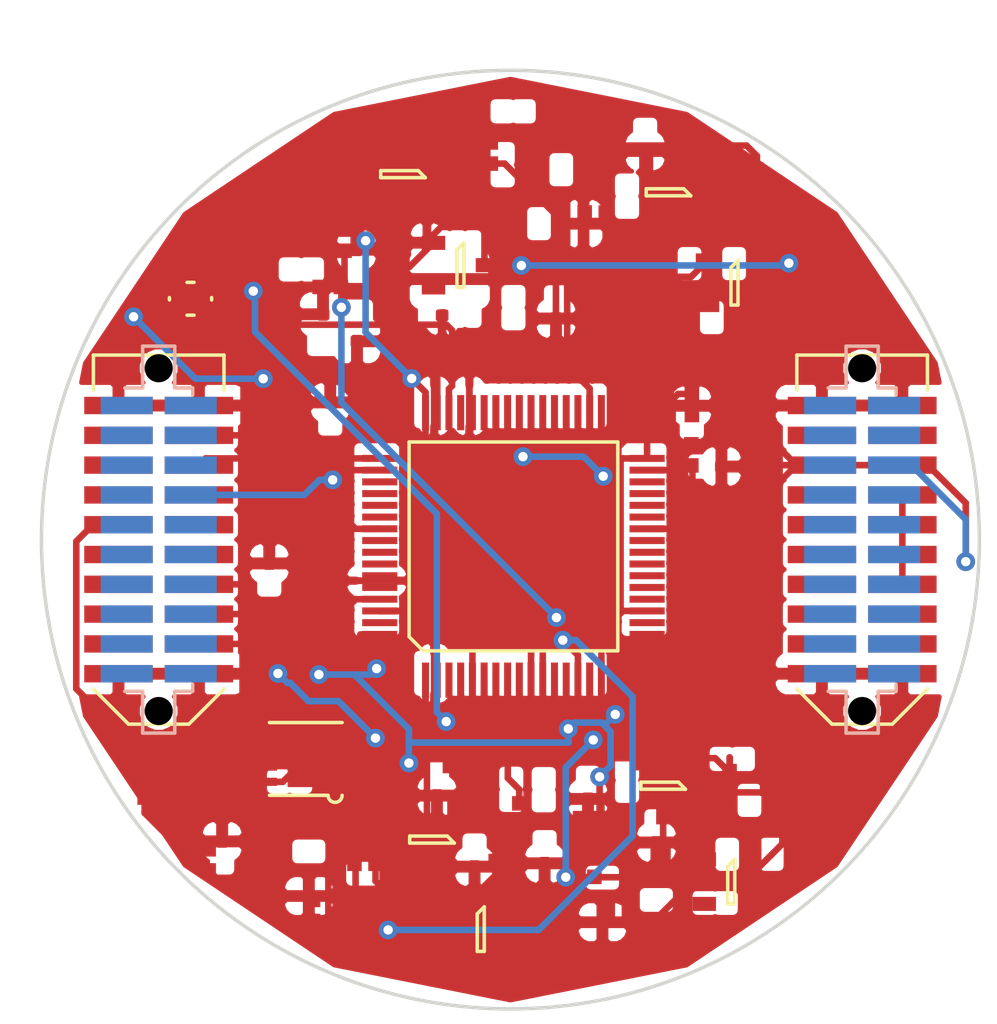
<source format=kicad_pcb>
(kicad_pcb (version 4) (host pcbnew 4.0.0-rc2-stable)
  (layers (0 F.Cu signal) (31 B.Cu signal) (34 B.Paste user) (35 F.Paste user) (36 B.SilkS user) (37 F.SilkS user) (38 B.Mask user) (39 F.Mask user) (44 Edge.Cuts user))
  (net 0 "")
  (net 1 GND)
  (net 2 "Net-(C5-Pad2)")
  (net 3 "Net-(C6-Pad1)")
  (net 4 3v3)
  (net 5 "Net-(C14-Pad1)")
  (net 6 "Net-(C15-Pad1)")
  (net 7 /5v_CAN)
  (net 8 "Net-(IC1-Pad2)")
  (net 9 "Net-(IC1-Pad3)")
  (net 10 "Net-(IC1-Pad4)")
  (net 11 "Net-(IC1-Pad6)")
  (net 12 /~RST)
  (net 13 "Net-(IC1-Pad23)")
  (net 14 /FIRE1)
  (net 15 /FIRE3)
  (net 16 /FIRE4)
  (net 17 "Net-(IC1-Pad35)")
  (net 18 "Net-(IC1-Pad36)")
  (net 19 "Net-(IC1-Pad45)")
  (net 20 /JTMS)
  (net 21 /JTCK)
  (net 22 /JTDI)
  (net 23 "Net-(IC1-Pad51)")
  (net 24 "Net-(IC1-Pad52)")
  (net 25 "Net-(IC1-Pad53)")
  (net 26 "Net-(IC1-Pad54)")
  (net 27 /JTDO)
  (net 28 "Net-(IC1-Pad56)")
  (net 29 /FIRE2)
  (net 30 "Net-(IC1-Pad59)")
  (net 31 /CAN_RXD)
  (net 32 /CAN_TXD)
  (net 33 /CAN-)
  (net 34 /CAN+)
  (net 35 /3v3_IMU)
  (net 36 /3v3_RADIO)
  (net 37 /3v3_FC)
  (net 38 /JTDR)
  (net 39 /3v3_DL)
  (net 40 /RSVD1)
  (net 41 /3v3_AUX1)
  (net 42 /3v3_AUX2)
  (net 43 /RSVD2)
  (net 44 /PYRO_SO)
  (net 45 /5v_RADIO)
  (net 46 /5v_IMU)
  (net 47 /5v_AUX1)
  (net 48 /5v_AUX2)
  (net 49 /5v_CAM)
  (net 50 /PWR)
  (net 51 /CHARGE)
  (net 52 "Net-(Q1-Pad1)")
  (net 53 "Net-(Q2-Pad1)")
  (net 54 "Net-(Q2-Pad3)")
  (net 55 "Net-(Q3-Pad1)")
  (net 56 "Net-(Q4-Pad1)")
  (net 57 "Net-(Q5-Pad1)")
  (net 58 "Net-(Q6-Pad1)")
  (net 59 "Net-(Q6-Pad3)")
  (net 60 "Net-(Q7-Pad1)")
  (net 61 "Net-(Q7-Pad3)")
  (net 62 "Net-(Q8-Pad1)")
  (net 63 "Net-(Q8-Pad3)")
  (net 64 "Net-(IC1-Pad37)")
  (net 65 "Net-(IC1-Pad38)")
  (net 66 "Net-(IC1-Pad39)")
  (net 67 "Net-(IC1-Pad40)")
  (net 68 "Net-(IC1-Pad41)")
  (net 69 "Net-(IC1-Pad42)")
  (net 70 "Net-(IC1-Pad43)")
  (net 71 "Net-(IC1-Pad44)")
  (net 72 /PYRO1_RESISTANCE)
  (net 73 /PYRO2_RESISTANCE)
  (net 74 /PYRO3_RESISTANCE)
  (net 75 /PYRO4_RESISTANCE)
  (net 76 "Net-(IC1-Pad21)")
  (net 77 "Net-(IC1-Pad24)")
  (net 78 /PYRO_SI)
  (net 79 "Net-(IC1-Pad28)")
  (net 80 "Net-(IC1-Pad30)")
  (net 81 "Net-(IC1-Pad58)")
  (net 82 "Net-(IC1-Pad26)")
  (net 83 "Net-(IC1-Pad17)")
  (net 84 "Net-(IC1-Pad22)")
  (net 85 "Net-(IC1-Pad25)")
  (net 86 "Net-(IC1-Pad27)")
  (net 87 "Net-(IC1-Pad29)")
  (net 88 "Net-(IC1-Pad33)")
  (net 89 "Net-(IC1-Pad57)")
  (net 90 "Net-(IC1-Pad20)")
  (module agg:LQFP-64 (layer F.Cu) (at 100.12934 100.28936 90)
    (fp_text reference IC1)
    (fp_text value STM32F405RxTx)
    (pad 1 smd rect (at -5.7 -3.75 90) (size 1.5 0.3) (layers F.Cu F.Paste F.Mask) (net 4 3v3))
    (pad 2 smd rect (at -5.7 -3.25 90) (size 1.5 0.3) (layers F.Cu F.Paste F.Mask) (net 8 "Net-(IC1-Pad2)"))
    (pad 3 smd rect (at -5.7 -2.75 90) (size 1.5 0.3) (layers F.Cu F.Paste F.Mask) (net 9 "Net-(IC1-Pad3)"))
    (pad 4 smd rect (at -5.7 -2.25 90) (size 1.5 0.3) (layers F.Cu F.Paste F.Mask) (net 10 "Net-(IC1-Pad4)"))
    (pad 5 smd rect (at -5.7 -1.75 90) (size 1.5 0.3) (layers F.Cu F.Paste F.Mask) (net 2 "Net-(C5-Pad2)"))
    (pad 6 smd rect (at -5.7 -1.25 90) (size 1.5 0.3) (layers F.Cu F.Paste F.Mask) (net 11 "Net-(IC1-Pad6)"))
    (pad 7 smd rect (at -5.7 -0.75 90) (size 1.5 0.3) (layers F.Cu F.Paste F.Mask) (net 12 /~RST))
    (pad 8 smd rect (at -5.7 -0.25 90) (size 1.5 0.3) (layers F.Cu F.Paste F.Mask) (net 16 /FIRE4))
    (pad 9 smd rect (at -5.7 0.25 90) (size 1.5 0.3) (layers F.Cu F.Paste F.Mask) (net 14 /FIRE1))
    (pad 10 smd rect (at -5.7 0.75 90) (size 1.5 0.3) (layers F.Cu F.Paste F.Mask) (net 29 /FIRE2))
    (pad 11 smd rect (at -5.7 1.25 90) (size 1.5 0.3) (layers F.Cu F.Paste F.Mask) (net 74 /PYRO3_RESISTANCE))
    (pad 12 smd rect (at -5.7 1.75 90) (size 1.5 0.3) (layers F.Cu F.Paste F.Mask) (net 1 GND))
    (pad 13 smd rect (at -5.7 2.25 90) (size 1.5 0.3) (layers F.Cu F.Paste F.Mask) (net 4 3v3))
    (pad 14 smd rect (at -5.7 2.75 90) (size 1.5 0.3) (layers F.Cu F.Paste F.Mask) (net 75 /PYRO4_RESISTANCE))
    (pad 15 smd rect (at -5.7 3.25 90) (size 1.5 0.3) (layers F.Cu F.Paste F.Mask) (net 72 /PYRO1_RESISTANCE))
    (pad 16 smd rect (at -5.7 3.75 90) (size 1.5 0.3) (layers F.Cu F.Paste F.Mask) (net 73 /PYRO2_RESISTANCE))
    (pad 17 smd rect (at -3.75 5.7 90) (size 0.3 1.5) (layers F.Cu F.Paste F.Mask) (net 83 "Net-(IC1-Pad17)"))
    (pad 18 smd rect (at -3.25 5.7 90) (size 0.3 1.5) (layers F.Cu F.Paste F.Mask) (net 1 GND))
    (pad 19 smd rect (at -2.75 5.7 90) (size 0.3 1.5) (layers F.Cu F.Paste F.Mask) (net 4 3v3))
    (pad 20 smd rect (at -2.25 5.7 90) (size 0.3 1.5) (layers F.Cu F.Paste F.Mask) (net 90 "Net-(IC1-Pad20)"))
    (pad 21 smd rect (at -1.75 5.7 90) (size 0.3 1.5) (layers F.Cu F.Paste F.Mask) (net 76 "Net-(IC1-Pad21)"))
    (pad 22 smd rect (at -1.25 5.7 90) (size 0.3 1.5) (layers F.Cu F.Paste F.Mask) (net 84 "Net-(IC1-Pad22)"))
    (pad 23 smd rect (at -0.75 5.7 90) (size 0.3 1.5) (layers F.Cu F.Paste F.Mask) (net 13 "Net-(IC1-Pad23)"))
    (pad 24 smd rect (at -0.25 5.7 90) (size 0.3 1.5) (layers F.Cu F.Paste F.Mask) (net 77 "Net-(IC1-Pad24)"))
    (pad 25 smd rect (at 0.25 5.7 90) (size 0.3 1.5) (layers F.Cu F.Paste F.Mask) (net 85 "Net-(IC1-Pad25)"))
    (pad 26 smd rect (at 0.75 5.7 90) (size 0.3 1.5) (layers F.Cu F.Paste F.Mask) (net 82 "Net-(IC1-Pad26)"))
    (pad 27 smd rect (at 1.25 5.7 90) (size 0.3 1.5) (layers F.Cu F.Paste F.Mask) (net 86 "Net-(IC1-Pad27)"))
    (pad 28 smd rect (at 1.75 5.7 90) (size 0.3 1.5) (layers F.Cu F.Paste F.Mask) (net 79 "Net-(IC1-Pad28)"))
    (pad 29 smd rect (at 2.25 5.7 90) (size 0.3 1.5) (layers F.Cu F.Paste F.Mask) (net 87 "Net-(IC1-Pad29)"))
    (pad 30 smd rect (at 2.75 5.7 90) (size 0.3 1.5) (layers F.Cu F.Paste F.Mask) (net 80 "Net-(IC1-Pad30)"))
    (pad 31 smd rect (at 3.25 5.7 90) (size 0.3 1.5) (layers F.Cu F.Paste F.Mask) (net 6 "Net-(C15-Pad1)"))
    (pad 32 smd rect (at 3.75 5.7 90) (size 0.3 1.5) (layers F.Cu F.Paste F.Mask) (net 4 3v3))
    (pad 33 smd rect (at 5.7 3.75 90) (size 1.5 0.3) (layers F.Cu F.Paste F.Mask) (net 88 "Net-(IC1-Pad33)"))
    (pad 34 smd rect (at 5.7 3.25 90) (size 1.5 0.3) (layers F.Cu F.Paste F.Mask) (net 15 /FIRE3))
    (pad 35 smd rect (at 5.7 2.75 90) (size 1.5 0.3) (layers F.Cu F.Paste F.Mask) (net 17 "Net-(IC1-Pad35)"))
    (pad 36 smd rect (at 5.7 2.25 90) (size 1.5 0.3) (layers F.Cu F.Paste F.Mask) (net 18 "Net-(IC1-Pad36)"))
    (pad 37 smd rect (at 5.7 1.75 90) (size 1.5 0.3) (layers F.Cu F.Paste F.Mask) (net 64 "Net-(IC1-Pad37)"))
    (pad 38 smd rect (at 5.7 1.25 90) (size 1.5 0.3) (layers F.Cu F.Paste F.Mask) (net 65 "Net-(IC1-Pad38)"))
    (pad 39 smd rect (at 5.7 0.75 90) (size 1.5 0.3) (layers F.Cu F.Paste F.Mask) (net 66 "Net-(IC1-Pad39)"))
    (pad 40 smd rect (at 5.7 0.25 90) (size 1.5 0.3) (layers F.Cu F.Paste F.Mask) (net 67 "Net-(IC1-Pad40)"))
    (pad 41 smd rect (at 5.7 -0.25 90) (size 1.5 0.3) (layers F.Cu F.Paste F.Mask) (net 68 "Net-(IC1-Pad41)"))
    (pad 42 smd rect (at 5.7 -0.75 90) (size 1.5 0.3) (layers F.Cu F.Paste F.Mask) (net 69 "Net-(IC1-Pad42)"))
    (pad 43 smd rect (at 5.7 -1.25 90) (size 1.5 0.3) (layers F.Cu F.Paste F.Mask) (net 70 "Net-(IC1-Pad43)"))
    (pad 44 smd rect (at 5.7 -1.75 90) (size 1.5 0.3) (layers F.Cu F.Paste F.Mask) (net 71 "Net-(IC1-Pad44)"))
    (pad 45 smd rect (at 5.7 -2.25 90) (size 1.5 0.3) (layers F.Cu F.Paste F.Mask) (net 19 "Net-(IC1-Pad45)"))
    (pad 46 smd rect (at 5.7 -2.75 90) (size 1.5 0.3) (layers F.Cu F.Paste F.Mask) (net 20 /JTMS))
    (pad 47 smd rect (at 5.7 -3.25 90) (size 1.5 0.3) (layers F.Cu F.Paste F.Mask) (net 5 "Net-(C14-Pad1)"))
    (pad 48 smd rect (at 5.7 -3.75 90) (size 1.5 0.3) (layers F.Cu F.Paste F.Mask) (net 4 3v3))
    (pad 49 smd rect (at 3.75 -5.7 90) (size 0.3 1.5) (layers F.Cu F.Paste F.Mask) (net 21 /JTCK))
    (pad 50 smd rect (at 3.25 -5.7 90) (size 0.3 1.5) (layers F.Cu F.Paste F.Mask) (net 22 /JTDI))
    (pad 51 smd rect (at 2.75 -5.7 90) (size 0.3 1.5) (layers F.Cu F.Paste F.Mask) (net 23 "Net-(IC1-Pad51)"))
    (pad 52 smd rect (at 2.25 -5.7 90) (size 0.3 1.5) (layers F.Cu F.Paste F.Mask) (net 24 "Net-(IC1-Pad52)"))
    (pad 53 smd rect (at 1.75 -5.7 90) (size 0.3 1.5) (layers F.Cu F.Paste F.Mask) (net 25 "Net-(IC1-Pad53)"))
    (pad 54 smd rect (at 1.25 -5.7 90) (size 0.3 1.5) (layers F.Cu F.Paste F.Mask) (net 26 "Net-(IC1-Pad54)"))
    (pad 55 smd rect (at 0.75 -5.7 90) (size 0.3 1.5) (layers F.Cu F.Paste F.Mask) (net 27 /JTDO))
    (pad 56 smd rect (at 0.25 -5.7 90) (size 0.3 1.5) (layers F.Cu F.Paste F.Mask) (net 28 "Net-(IC1-Pad56)"))
    (pad 57 smd rect (at -0.25 -5.7 90) (size 0.3 1.5) (layers F.Cu F.Paste F.Mask) (net 89 "Net-(IC1-Pad57)"))
    (pad 58 smd rect (at -0.75 -5.7 90) (size 0.3 1.5) (layers F.Cu F.Paste F.Mask) (net 81 "Net-(IC1-Pad58)"))
    (pad 59 smd rect (at -1.25 -5.7 90) (size 0.3 1.5) (layers F.Cu F.Paste F.Mask) (net 30 "Net-(IC1-Pad59)"))
    (pad 60 smd rect (at -1.75 -5.7 90) (size 0.3 1.5) (layers F.Cu F.Paste F.Mask) (net 1 GND))
    (pad 61 smd rect (at -2.25 -5.7 90) (size 0.3 1.5) (layers F.Cu F.Paste F.Mask) (net 31 /CAN_RXD))
    (pad 62 smd rect (at -2.75 -5.7 90) (size 0.3 1.5) (layers F.Cu F.Paste F.Mask) (net 32 /CAN_TXD))
    (pad 63 smd rect (at -3.25 -5.7 90) (size 0.3 1.5) (layers F.Cu F.Paste F.Mask) (net 1 GND))
    (pad 64 smd rect (at -3.75 -5.7 90) (size 0.3 1.5) (layers F.Cu F.Paste F.Mask) (net 4 3v3))
  )
  (module agg:SOT-23 (layer F.Cu) (at 106.74096 85.1973 270)
    (fp_text reference Q6)
    (fp_text value NFET)
    (pad 1 smd rect (at -1.15 -0.95 270) (size 1 0.6) (layers F.Cu F.Paste F.Mask) (net 58 "Net-(Q6-Pad1)"))
    (pad 2 smd rect (at -1.15 0.95 270) (size 1 0.6) (layers F.Cu F.Paste F.Mask) (net 1 GND))
    (pad 3 smd rect (at 1.15 0 270) (size 1 0.6) (layers F.Cu F.Paste F.Mask) (net 59 "Net-(Q6-Pad3)"))
  )
  (module agg:DFN-8-EP-MICROCHIP (layer F.Cu) (at 91.27236 109.347 180)
    (fp_text reference IC2)
    (fp_text value MCP2562)
    (pad 1 smd rect (at -1.55 -0.975 180) (size 0.65 0.35) (layers F.Cu F.Paste F.Mask) (net 32 /CAN_TXD))
    (pad 2 smd rect (at -1.55 -0.325 180) (size 0.65 0.35) (layers F.Cu F.Paste F.Mask) (net 1 GND))
    (pad 3 smd rect (at -1.55 0.325 180) (size 0.65 0.35) (layers F.Cu F.Paste F.Mask) (net 7 /5v_CAN))
    (pad 4 smd rect (at -1.55 0.975 180) (size 0.65 0.35) (layers F.Cu F.Paste F.Mask) (net 31 /CAN_RXD))
    (pad 5 smd rect (at 1.55 0.975 180) (size 0.65 0.35) (layers F.Cu F.Paste F.Mask) (net 4 3v3))
    (pad 6 smd rect (at 1.55 0.325 180) (size 0.65 0.35) (layers F.Cu F.Paste F.Mask) (net 33 /CAN-))
    (pad 7 smd rect (at 1.55 -0.325 180) (size 0.65 0.35) (layers F.Cu F.Paste F.Mask) (net 34 /CAN+))
    (pad 8 smd rect (at 1.55 -0.975 180) (size 0.65 0.35) (layers F.Cu F.Paste F.Mask) (net 1 GND))
    (pad EP smd rect (at 0 -0.6 180) (size 0.8 0.8) (layers F.Cu F.Mask) (net 1 GND))
    (pad EP smd rect (at 0 0.6 180) (size 0.8 0.8) (layers F.Cu F.Mask) (net 1 GND))
    (pad EP smd rect (at 0 -0.6 180) (size 0.8 0.8) (layers F.Cu F.Paste) (net 1 GND))
    (pad EP smd rect (at 0 0.6 180) (size 0.8 0.8) (layers F.Cu F.Paste) (net 1 GND))
    (pad EP smd rect (at 0 0 180) (size 1.55 2.4) (layers F.Cu) (net 1 GND))
  )
  (module agg:0402 (layer F.Cu) (at 109.63444 112.15878 180)
    (fp_text reference R1)
    (fp_text value 10k)
    (pad 1 smd rect (at -0.45 0 180) (size 0.62 0.62) (layers F.Cu F.Paste F.Mask) (net 78 /PYRO_SI))
    (pad 2 smd rect (at 0.45 0 180) (size 0.62 0.62) (layers F.Cu F.Paste F.Mask) (net 52 "Net-(Q1-Pad1)"))
  )
  (module agg:0402 (layer F.Cu) (at 88.65362 86.17712 270)
    (fp_text reference C5)
    (fp_text value 10p)
    (pad 1 smd rect (at -0.45 0 270) (size 0.62 0.62) (layers F.Cu F.Paste F.Mask) (net 1 GND))
    (pad 2 smd rect (at 0.45 0 270) (size 0.62 0.62) (layers F.Cu F.Paste F.Mask) (net 2 "Net-(C5-Pad2)"))
  )
  (module agg:0402 (layer F.Cu) (at 97.86916 109.64926)
    (fp_text reference C6)
    (fp_text value 10p)
    (pad 1 smd rect (at -0.45 0) (size 0.62 0.62) (layers F.Cu F.Paste F.Mask) (net 3 "Net-(C6-Pad1)"))
    (pad 2 smd rect (at 0.45 0) (size 0.62 0.62) (layers F.Cu F.Paste F.Mask) (net 1 GND))
  )
  (module agg:0402 (layer F.Cu) (at 85.91042 112.12068 270)
    (fp_text reference C7)
    (fp_text value 4µ7)
    (pad 1 smd rect (at -0.45 0 270) (size 0.62 0.62) (layers F.Cu F.Paste F.Mask) (net 1 GND))
    (pad 2 smd rect (at 0.45 0 270) (size 0.62 0.62) (layers F.Cu F.Paste F.Mask) (net 4 3v3))
  )
  (module agg:0402 (layer F.Cu) (at 88.64092 114.7064 270)
    (fp_text reference C8)
    (fp_text value 100n)
    (pad 1 smd rect (at -0.45 0 270) (size 0.62 0.62) (layers F.Cu F.Paste F.Mask) (net 1 GND))
    (pad 2 smd rect (at 0.45 0 270) (size 0.62 0.62) (layers F.Cu F.Paste F.Mask) (net 4 3v3))
  )
  (module agg:0402 (layer F.Cu) (at 90.07602 115.3541 270)
    (fp_text reference C9)
    (fp_text value 100n)
    (pad 1 smd rect (at -0.45 0 270) (size 0.62 0.62) (layers F.Cu F.Paste F.Mask) (net 1 GND))
    (pad 2 smd rect (at 0.45 0 270) (size 0.62 0.62) (layers F.Cu F.Paste F.Mask) (net 4 3v3))
  )
  (module agg:0402 (layer F.Cu) (at 91.58478 115.8041 270)
    (fp_text reference C10)
    (fp_text value 1µ)
    (pad 1 smd rect (at -0.45 0 270) (size 0.62 0.62) (layers F.Cu F.Paste F.Mask) (net 1 GND))
    (pad 2 smd rect (at 0.45 0 270) (size 0.62 0.62) (layers F.Cu F.Paste F.Mask) (net 4 3v3))
  )
  (module agg:0402 (layer F.Cu) (at 87.13216 113.64764 270)
    (fp_text reference C11)
    (fp_text value 100n)
    (pad 1 smd rect (at -0.45 0 270) (size 0.62 0.62) (layers F.Cu F.Paste F.Mask) (net 1 GND))
    (pad 2 smd rect (at 0.45 0 270) (size 0.62 0.62) (layers F.Cu F.Paste F.Mask) (net 4 3v3))
  )
  (module agg:0402 (layer F.Cu) (at 85.98154 109.62682 90)
    (fp_text reference C12)
    (fp_text value 100n)
    (pad 1 smd rect (at -0.45 0 90) (size 0.62 0.62) (layers F.Cu F.Paste F.Mask) (net 1 GND))
    (pad 2 smd rect (at 0.45 0 90) (size 0.62 0.62) (layers F.Cu F.Paste F.Mask) (net 4 3v3))
  )
  (module agg:0402 (layer F.Cu) (at 84.40166 110.5408 270)
    (fp_text reference C13)
    (fp_text value 100n)
    (pad 1 smd rect (at -0.45 0 270) (size 0.62 0.62) (layers F.Cu F.Paste F.Mask) (net 1 GND))
    (pad 2 smd rect (at 0.45 0 270) (size 0.62 0.62) (layers F.Cu F.Paste F.Mask) (net 4 3v3))
  )
  (module agg:0402 (layer F.Cu) (at 96.86036 92.133 90)
    (fp_text reference C14)
    (fp_text value 2µ2)
    (pad 1 smd rect (at -0.45 0 90) (size 0.62 0.62) (layers F.Cu F.Paste F.Mask) (net 5 "Net-(C14-Pad1)"))
    (pad 2 smd rect (at 0.45 0 90) (size 0.62 0.62) (layers F.Cu F.Paste F.Mask) (net 1 GND))
  )
  (module agg:0402 (layer F.Cu) (at 107.73918 94.24162 270)
    (fp_text reference C15)
    (fp_text value 2µ2)
    (pad 1 smd rect (at -0.45 0 270) (size 0.62 0.62) (layers F.Cu F.Paste F.Mask) (net 6 "Net-(C15-Pad1)"))
    (pad 2 smd rect (at 0.45 0 270) (size 0.62 0.62) (layers F.Cu F.Paste F.Mask) (net 1 GND))
  )
  (module agg:0402 (layer F.Cu) (at 91.34094 102.8446 90)
    (fp_text reference C16)
    (fp_text value 100n)
    (pad 1 smd rect (at -0.45 0 90) (size 0.62 0.62) (layers F.Cu F.Paste F.Mask) (net 7 /5v_CAN))
    (pad 2 smd rect (at 0.45 0 90) (size 0.62 0.62) (layers F.Cu F.Paste F.Mask) (net 1 GND))
  )
  (module agg:TFML-110-02-L-D (layer F.Cu) (at 85 100 270)
    (fp_text reference J9)
    (fp_text value "WEST TOP")
    (pad 1 smd rect (at -5.715 1.715 270) (size 0.74 2.92) (layers F.Cu F.Paste F.Mask) (net 1 GND))
    (pad 2 smd rect (at -5.715 -1.715 270) (size 0.74 2.92) (layers F.Cu F.Paste F.Mask) (net 1 GND))
    (pad 3 smd rect (at -4.445 1.715 270) (size 0.74 2.92) (layers F.Cu F.Paste F.Mask) (net 35 /3v3_IMU))
    (pad 4 smd rect (at -4.445 -1.715 270) (size 0.74 2.92) (layers F.Cu F.Paste F.Mask) (net 20 /JTMS))
    (pad 5 smd rect (at -3.175 1.715 270) (size 0.74 2.92) (layers F.Cu F.Paste F.Mask) (net 36 /3v3_RADIO))
    (pad 6 smd rect (at -3.175 -1.715 270) (size 0.74 2.92) (layers F.Cu F.Paste F.Mask) (net 21 /JTCK))
    (pad 7 smd rect (at -1.905 1.715 270) (size 0.74 2.92) (layers F.Cu F.Paste F.Mask) (net 37 /3v3_FC))
    (pad 8 smd rect (at -1.905 -1.715 270) (size 0.74 2.92) (layers F.Cu F.Paste F.Mask) (net 27 /JTDO))
    (pad 9 smd rect (at -0.635 1.715 270) (size 0.74 2.92) (layers F.Cu F.Paste F.Mask) (net 4 3v3))
    (pad 10 smd rect (at -0.635 -1.715 270) (size 0.74 2.92) (layers F.Cu F.Paste F.Mask) (net 38 /JTDR))
    (pad 11 smd rect (at 0.635 1.715 270) (size 0.74 2.92) (layers F.Cu F.Paste F.Mask) (net 39 /3v3_DL))
    (pad 12 smd rect (at 0.635 -1.715 270) (size 0.74 2.92) (layers F.Cu F.Paste F.Mask) (net 40 /RSVD1))
    (pad 13 smd rect (at 1.905 1.715 270) (size 0.74 2.92) (layers F.Cu F.Paste F.Mask) (net 41 /3v3_AUX1))
    (pad 14 smd rect (at 1.905 -1.715 270) (size 0.74 2.92) (layers F.Cu F.Paste F.Mask) (net 7 /5v_CAN))
    (pad 15 smd rect (at 3.175 1.715 270) (size 0.74 2.92) (layers F.Cu F.Paste F.Mask) (net 42 /3v3_AUX2))
    (pad 16 smd rect (at 3.175 -1.715 270) (size 0.74 2.92) (layers F.Cu F.Paste F.Mask) (net 33 /CAN-))
    (pad 17 smd rect (at 4.445 1.715 270) (size 0.74 2.92) (layers F.Cu F.Paste F.Mask) (net 43 /RSVD2))
    (pad 18 smd rect (at 4.445 -1.715 270) (size 0.74 2.92) (layers F.Cu F.Paste F.Mask) (net 34 /CAN+))
    (pad 19 smd rect (at 5.715 1.715 270) (size 0.74 2.92) (layers F.Cu F.Paste F.Mask) (net 1 GND))
    (pad 20 smd rect (at 5.715 -1.715 270) (size 0.74 2.92) (layers F.Cu F.Paste F.Mask) (net 1 GND))
  )
  (module agg:SFML-110-02-L-D-LC (layer B.Cu) (at 85 100 270)
    (fp_text reference J10)
    (fp_text value "WEST BOT")
    (pad 1 smd rect (at -5.715 1.365 270) (size 0.74 2.22) (layers B.Cu B.Paste B.Mask) (net 1 GND))
    (pad 2 smd rect (at -5.715 -1.365 270) (size 0.74 2.22) (layers B.Cu B.Paste B.Mask) (net 1 GND))
    (pad 3 smd rect (at -4.445 1.365 270) (size 0.74 2.22) (layers B.Cu B.Paste B.Mask) (net 35 /3v3_IMU))
    (pad 4 smd rect (at -4.445 -1.365 270) (size 0.74 2.22) (layers B.Cu B.Paste B.Mask) (net 20 /JTMS))
    (pad 5 smd rect (at -3.175 1.365 270) (size 0.74 2.22) (layers B.Cu B.Paste B.Mask) (net 36 /3v3_RADIO))
    (pad 6 smd rect (at -3.175 -1.365 270) (size 0.74 2.22) (layers B.Cu B.Paste B.Mask) (net 21 /JTCK))
    (pad 7 smd rect (at -1.905 1.365 270) (size 0.74 2.22) (layers B.Cu B.Paste B.Mask) (net 37 /3v3_FC))
    (pad 8 smd rect (at -1.905 -1.365 270) (size 0.74 2.22) (layers B.Cu B.Paste B.Mask) (net 22 /JTDI))
    (pad 9 smd rect (at -0.635 1.365 270) (size 0.74 2.22) (layers B.Cu B.Paste B.Mask) (net 4 3v3))
    (pad 10 smd rect (at -0.635 -1.365 270) (size 0.74 2.22) (layers B.Cu B.Paste B.Mask) (net 38 /JTDR))
    (pad 11 smd rect (at 0.635 1.365 270) (size 0.74 2.22) (layers B.Cu B.Paste B.Mask) (net 39 /3v3_DL))
    (pad 12 smd rect (at 0.635 -1.365 270) (size 0.74 2.22) (layers B.Cu B.Paste B.Mask) (net 40 /RSVD1))
    (pad 13 smd rect (at 1.905 1.365 270) (size 0.74 2.22) (layers B.Cu B.Paste B.Mask) (net 41 /3v3_AUX1))
    (pad 14 smd rect (at 1.905 -1.365 270) (size 0.74 2.22) (layers B.Cu B.Paste B.Mask) (net 7 /5v_CAN))
    (pad 15 smd rect (at 3.175 1.365 270) (size 0.74 2.22) (layers B.Cu B.Paste B.Mask) (net 42 /3v3_AUX2))
    (pad 16 smd rect (at 3.175 -1.365 270) (size 0.74 2.22) (layers B.Cu B.Paste B.Mask) (net 33 /CAN-))
    (pad 17 smd rect (at 4.445 1.365 270) (size 0.74 2.22) (layers B.Cu B.Paste B.Mask) (net 43 /RSVD2))
    (pad 18 smd rect (at 4.445 -1.365 270) (size 0.74 2.22) (layers B.Cu B.Paste B.Mask) (net 34 /CAN+))
    (pad 19 smd rect (at 5.715 1.365 270) (size 0.74 2.22) (layers B.Cu B.Paste B.Mask) (net 1 GND))
    (pad 20 smd rect (at 5.715 -1.365 270) (size 0.74 2.22) (layers B.Cu B.Paste B.Mask) (net 1 GND))
    (pad "" np_thru_hole circle (at 7.305 0 270) (size 1.2 1.2) (drill 1.2) (layers *.Mask))
    (pad "" np_thru_hole circle (at -7.305 0 270) (size 1.2 1.2) (drill 1.2) (layers *.Mask))
  )
  (module agg:TFML-110-02-L-D (layer F.Cu) (at 115 100 270)
    (fp_text reference J11)
    (fp_text value "EAST TOP")
    (pad 1 smd rect (at -5.715 1.715 270) (size 0.74 2.92) (layers F.Cu F.Paste F.Mask) (net 1 GND))
    (pad 2 smd rect (at -5.715 -1.715 270) (size 0.74 2.92) (layers F.Cu F.Paste F.Mask) (net 1 GND))
    (pad 3 smd rect (at -4.445 1.715 270) (size 0.74 2.92) (layers F.Cu F.Paste F.Mask) (net 44 /PYRO_SO))
    (pad 4 smd rect (at -4.445 -1.715 270) (size 0.74 2.92) (layers F.Cu F.Paste F.Mask) (net 44 /PYRO_SO))
    (pad 5 smd rect (at -3.175 1.715 270) (size 0.74 2.92) (layers F.Cu F.Paste F.Mask) (net 78 /PYRO_SI))
    (pad 6 smd rect (at -3.175 -1.715 270) (size 0.74 2.92) (layers F.Cu F.Paste F.Mask) (net 78 /PYRO_SI))
    (pad 7 smd rect (at -1.905 1.715 270) (size 0.74 2.92) (layers F.Cu F.Paste F.Mask) (net 45 /5v_RADIO))
    (pad 8 smd rect (at -1.905 -1.715 270) (size 0.74 2.92) (layers F.Cu F.Paste F.Mask) (net 1 GND))
    (pad 9 smd rect (at -0.635 1.715 270) (size 0.74 2.92) (layers F.Cu F.Paste F.Mask) (net 46 /5v_IMU))
    (pad 10 smd rect (at -0.635 -1.715 270) (size 0.74 2.92) (layers F.Cu F.Paste F.Mask) (net 1 GND))
    (pad 11 smd rect (at 0.635 1.715 270) (size 0.74 2.92) (layers F.Cu F.Paste F.Mask) (net 47 /5v_AUX1))
    (pad 12 smd rect (at 0.635 -1.715 270) (size 0.74 2.92) (layers F.Cu F.Paste F.Mask) (net 1 GND))
    (pad 13 smd rect (at 1.905 1.715 270) (size 0.74 2.92) (layers F.Cu F.Paste F.Mask) (net 48 /5v_AUX2))
    (pad 14 smd rect (at 1.905 -1.715 270) (size 0.74 2.92) (layers F.Cu F.Paste F.Mask) (net 1 GND))
    (pad 15 smd rect (at 3.175 1.715 270) (size 0.74 2.92) (layers F.Cu F.Paste F.Mask) (net 49 /5v_CAM))
    (pad 16 smd rect (at 3.175 -1.715 270) (size 0.74 2.92) (layers F.Cu F.Paste F.Mask) (net 50 /PWR))
    (pad 17 smd rect (at 4.445 1.715 270) (size 0.74 2.92) (layers F.Cu F.Paste F.Mask) (net 51 /CHARGE))
    (pad 18 smd rect (at 4.445 -1.715 270) (size 0.74 2.92) (layers F.Cu F.Paste F.Mask) (net 51 /CHARGE))
    (pad 19 smd rect (at 5.715 1.715 270) (size 0.74 2.92) (layers F.Cu F.Paste F.Mask) (net 1 GND))
    (pad 20 smd rect (at 5.715 -1.715 270) (size 0.74 2.92) (layers F.Cu F.Paste F.Mask) (net 1 GND))
  )
  (module agg:SFML-110-02-L-D-LC (layer B.Cu) (at 115 100 270)
    (fp_text reference J12)
    (fp_text value "EAST BOT")
    (pad 1 smd rect (at -5.715 1.365 270) (size 0.74 2.22) (layers B.Cu B.Paste B.Mask) (net 1 GND))
    (pad 2 smd rect (at -5.715 -1.365 270) (size 0.74 2.22) (layers B.Cu B.Paste B.Mask) (net 1 GND))
    (pad 3 smd rect (at -4.445 1.365 270) (size 0.74 2.22) (layers B.Cu B.Paste B.Mask) (net 44 /PYRO_SO))
    (pad 4 smd rect (at -4.445 -1.365 270) (size 0.74 2.22) (layers B.Cu B.Paste B.Mask) (net 44 /PYRO_SO))
    (pad 5 smd rect (at -3.175 1.365 270) (size 0.74 2.22) (layers B.Cu B.Paste B.Mask) (net 78 /PYRO_SI))
    (pad 6 smd rect (at -3.175 -1.365 270) (size 0.74 2.22) (layers B.Cu B.Paste B.Mask) (net 78 /PYRO_SI))
    (pad 7 smd rect (at -1.905 1.365 270) (size 0.74 2.22) (layers B.Cu B.Paste B.Mask) (net 45 /5v_RADIO))
    (pad 8 smd rect (at -1.905 -1.365 270) (size 0.74 2.22) (layers B.Cu B.Paste B.Mask) (net 1 GND))
    (pad 9 smd rect (at -0.635 1.365 270) (size 0.74 2.22) (layers B.Cu B.Paste B.Mask) (net 46 /5v_IMU))
    (pad 10 smd rect (at -0.635 -1.365 270) (size 0.74 2.22) (layers B.Cu B.Paste B.Mask) (net 1 GND))
    (pad 11 smd rect (at 0.635 1.365 270) (size 0.74 2.22) (layers B.Cu B.Paste B.Mask) (net 47 /5v_AUX1))
    (pad 12 smd rect (at 0.635 -1.365 270) (size 0.74 2.22) (layers B.Cu B.Paste B.Mask) (net 1 GND))
    (pad 13 smd rect (at 1.905 1.365 270) (size 0.74 2.22) (layers B.Cu B.Paste B.Mask) (net 48 /5v_AUX2))
    (pad 14 smd rect (at 1.905 -1.365 270) (size 0.74 2.22) (layers B.Cu B.Paste B.Mask) (net 1 GND))
    (pad 15 smd rect (at 3.175 1.365 270) (size 0.74 2.22) (layers B.Cu B.Paste B.Mask) (net 49 /5v_CAM))
    (pad 16 smd rect (at 3.175 -1.365 270) (size 0.74 2.22) (layers B.Cu B.Paste B.Mask) (net 50 /PWR))
    (pad 17 smd rect (at 4.445 1.365 270) (size 0.74 2.22) (layers B.Cu B.Paste B.Mask) (net 51 /CHARGE))
    (pad 18 smd rect (at 4.445 -1.365 270) (size 0.74 2.22) (layers B.Cu B.Paste B.Mask) (net 51 /CHARGE))
    (pad 19 smd rect (at 5.715 1.365 270) (size 0.74 2.22) (layers B.Cu B.Paste B.Mask) (net 1 GND))
    (pad 20 smd rect (at 5.715 -1.365 270) (size 0.74 2.22) (layers B.Cu B.Paste B.Mask) (net 1 GND))
    (pad "" np_thru_hole circle (at 7.305 0 270) (size 1.2 1.2) (drill 1.2) (layers *.Mask))
    (pad "" np_thru_hole circle (at -7.305 0 270) (size 1.2 1.2) (drill 1.2) (layers *.Mask))
  )
  (module agg:0402 (layer F.Cu) (at 98.56724 108.38942)
    (fp_text reference R25)
    (fp_text value 100)
    (pad 1 smd rect (at -0.45 0) (size 0.62 0.62) (layers F.Cu F.Paste F.Mask) (net 3 "Net-(C6-Pad1)"))
    (pad 2 smd rect (at 0.45 0) (size 0.62 0.62) (layers F.Cu F.Paste F.Mask) (net 11 "Net-(IC1-Pad6)"))
  )
  (module agg:XTAL-20x16 (layer F.Cu) (at 86.35746 89.73566 90)
    (fp_text reference Y1)
    (fp_text value 26M)
    (pad 1 smd rect (at -0.575 -0.725) (size 0.95 0.85) (layers F.Cu F.Paste F.Mask) (net 2 "Net-(C5-Pad2)"))
    (pad 2 smd rect (at -0.575 0.725) (size 0.95 0.85) (layers F.Cu F.Paste F.Mask) (net 1 GND))
    (pad 3 smd rect (at 0.575 0.725) (size 0.95 0.85) (layers F.Cu F.Paste F.Mask) (net 3 "Net-(C6-Pad1)"))
    (pad 4 smd rect (at 0.575 -0.725) (size 0.95 0.85) (layers F.Cu F.Paste F.Mask) (net 1 GND))
  )
  (module agg:SOT-23 (layer F.Cu) (at 109.41812 114.57432)
    (fp_text reference Q1)
    (fp_text value PFET)
    (pad 1 smd rect (at -1.15 -0.95) (size 1 0.6) (layers F.Cu F.Paste F.Mask) (net 52 "Net-(Q1-Pad1)"))
    (pad 2 smd rect (at -1.15 0.95) (size 1 0.6) (layers F.Cu F.Paste F.Mask) (net 1 GND))
    (pad 3 smd rect (at 1.15 0) (size 1 0.6) (layers F.Cu F.Paste F.Mask) (net 78 /PYRO_SI))
  )
  (module agg:SOT-23 (layer F.Cu) (at 106.51494 110.48684 270)
    (fp_text reference Q2)
    (fp_text value NFET)
    (pad 1 smd rect (at -1.15 -0.95 270) (size 1 0.6) (layers F.Cu F.Paste F.Mask) (net 53 "Net-(Q2-Pad1)"))
    (pad 2 smd rect (at -1.15 0.95 270) (size 1 0.6) (layers F.Cu F.Paste F.Mask) (net 1 GND))
    (pad 3 smd rect (at 1.15 0 270) (size 1 0.6) (layers F.Cu F.Paste F.Mask) (net 54 "Net-(Q2-Pad3)"))
  )
  (module agg:SOT-23 (layer F.Cu) (at 109.55528 89.0524)
    (fp_text reference Q3)
    (fp_text value PFET)
    (pad 1 smd rect (at -1.15 -0.95) (size 1 0.6) (layers F.Cu F.Paste F.Mask) (net 55 "Net-(Q3-Pad1)"))
    (pad 2 smd rect (at -1.15 0.95) (size 1 0.6) (layers F.Cu F.Paste F.Mask) (net 1 GND))
    (pad 3 smd rect (at 1.15 0) (size 1 0.6) (layers F.Cu F.Paste F.Mask) (net 78 /PYRO_SI))
  )
  (module agg:SOT-23 (layer F.Cu) (at 97.86936 88.3031)
    (fp_text reference Q4)
    (fp_text value PFET)
    (pad 1 smd rect (at -1.15 -0.95) (size 1 0.6) (layers F.Cu F.Paste F.Mask) (net 56 "Net-(Q4-Pad1)"))
    (pad 2 smd rect (at -1.15 0.95) (size 1 0.6) (layers F.Cu F.Paste F.Mask) (net 1 GND))
    (pad 3 smd rect (at 1.15 0) (size 1 0.6) (layers F.Cu F.Paste F.Mask) (net 78 /PYRO_SI))
  )
  (module agg:SOT-23 (layer F.Cu) (at 98.73488 116.5987)
    (fp_text reference Q5)
    (fp_text value PFET)
    (pad 1 smd rect (at -1.15 -0.95) (size 1 0.6) (layers F.Cu F.Paste F.Mask) (net 57 "Net-(Q5-Pad1)"))
    (pad 2 smd rect (at -1.15 0.95) (size 1 0.6) (layers F.Cu F.Paste F.Mask) (net 1 GND))
    (pad 3 smd rect (at 1.15 0) (size 1 0.6) (layers F.Cu F.Paste F.Mask) (net 78 /PYRO_SI))
  )
  (module agg:SOT-23 (layer F.Cu) (at 95.41764 84.42452 270)
    (fp_text reference Q7)
    (fp_text value NFET)
    (pad 1 smd rect (at -1.15 -0.95 270) (size 1 0.6) (layers F.Cu F.Paste F.Mask) (net 60 "Net-(Q7-Pad1)"))
    (pad 2 smd rect (at -1.15 0.95 270) (size 1 0.6) (layers F.Cu F.Paste F.Mask) (net 1 GND))
    (pad 3 smd rect (at 1.15 0 270) (size 1 0.6) (layers F.Cu F.Paste F.Mask) (net 61 "Net-(Q7-Pad3)"))
  )
  (module agg:SOT-23 (layer F.Cu) (at 96.65462 112.78362 270)
    (fp_text reference Q8)
    (fp_text value NFET)
    (pad 1 smd rect (at -1.15 -0.95 270) (size 1 0.6) (layers F.Cu F.Paste F.Mask) (net 62 "Net-(Q8-Pad1)"))
    (pad 2 smd rect (at -1.15 0.95 270) (size 1 0.6) (layers F.Cu F.Paste F.Mask) (net 1 GND))
    (pad 3 smd rect (at 1.15 0 270) (size 1 0.6) (layers F.Cu F.Paste F.Mask) (net 63 "Net-(Q8-Pad3)"))
  )
  (module agg:0402 (layer F.Cu) (at 103.71074 90.3224 180)
    (fp_text reference C1)
    (fp_text value 100n)
    (pad 1 smd rect (at -0.45 0 180) (size 0.62 0.62) (layers F.Cu F.Paste F.Mask) (net 73 /PYRO2_RESISTANCE))
    (pad 2 smd rect (at 0.45 0 180) (size 0.62 0.62) (layers F.Cu F.Paste F.Mask) (net 1 GND))
  )
  (module agg:0402 (layer F.Cu) (at 104.60228 115.77574 180)
    (fp_text reference C2)
    (fp_text value 100n)
    (pad 1 smd rect (at -0.45 0 180) (size 0.62 0.62) (layers F.Cu F.Paste F.Mask) (net 72 /PYRO1_RESISTANCE))
    (pad 2 smd rect (at 0.45 0 180) (size 0.62 0.62) (layers F.Cu F.Paste F.Mask) (net 1 GND))
  )
  (module agg:0402 (layer F.Cu) (at 92.3163 89.23274 180)
    (fp_text reference C3)
    (fp_text value 100n)
    (pad 1 smd rect (at -0.45 0 180) (size 0.62 0.62) (layers F.Cu F.Paste F.Mask) (net 74 /PYRO3_RESISTANCE))
    (pad 2 smd rect (at 0.45 0 180) (size 0.62 0.62) (layers F.Cu F.Paste F.Mask) (net 1 GND))
  )
  (module agg:0402 (layer F.Cu) (at 94.22172 117.54358)
    (fp_text reference C4)
    (fp_text value 100n)
    (pad 1 smd rect (at -0.45 0) (size 0.62 0.62) (layers F.Cu F.Paste F.Mask) (net 75 /PYRO4_RESISTANCE))
    (pad 2 smd rect (at 0.45 0) (size 0.62 0.62) (layers F.Cu F.Paste F.Mask) (net 1 GND))
  )
  (module agg:0402 (layer F.Cu) (at 105.01884 113.93932 270)
    (fp_text reference D2)
    (fp_text value D)
    (pad 1 smd rect (at -0.45 0 270) (size 0.62 0.62) (layers F.Cu F.Paste F.Mask) (net 4 3v3))
    (pad 2 smd rect (at 0.45 0 270) (size 0.62 0.62) (layers F.Cu F.Paste F.Mask) (net 72 /PYRO1_RESISTANCE))
  )
  (module agg:0402 (layer F.Cu) (at 104.6099 88.36956 270)
    (fp_text reference D6)
    (fp_text value D)
    (pad 1 smd rect (at -0.45 0 270) (size 0.62 0.62) (layers F.Cu F.Paste F.Mask) (net 4 3v3))
    (pad 2 smd rect (at 0.45 0 270) (size 0.62 0.62) (layers F.Cu F.Paste F.Mask) (net 73 /PYRO2_RESISTANCE))
  )
  (module agg:0402 (layer F.Cu) (at 92.9259 87.23884 270)
    (fp_text reference D7)
    (fp_text value D)
    (pad 1 smd rect (at -0.45 0 270) (size 0.62 0.62) (layers F.Cu F.Paste F.Mask) (net 4 3v3))
    (pad 2 smd rect (at 0.45 0 270) (size 0.62 0.62) (layers F.Cu F.Paste F.Mask) (net 74 /PYRO3_RESISTANCE))
  )
  (module agg:0402 (layer F.Cu) (at 94.80804 115.56492 270)
    (fp_text reference D8)
    (fp_text value D)
    (pad 1 smd rect (at -0.45 0 270) (size 0.62 0.62) (layers F.Cu F.Paste F.Mask) (net 4 3v3))
    (pad 2 smd rect (at 0.45 0 270) (size 0.62 0.62) (layers F.Cu F.Paste F.Mask) (net 75 /PYRO4_RESISTANCE))
  )
  (module agg:0402 (layer F.Cu) (at 103.42118 111.87176 180)
    (fp_text reference R2)
    (fp_text value 1k)
    (pad 1 smd rect (at -0.45 0 180) (size 0.62 0.62) (layers F.Cu F.Paste F.Mask) (net 4 3v3))
    (pad 2 smd rect (at 0.45 0 180) (size 0.62 0.62) (layers F.Cu F.Paste F.Mask) (net 1 GND))
  )
  (module agg:0402 (layer F.Cu) (at 103.61676 86.06028 180)
    (fp_text reference R3)
    (fp_text value 1k)
    (pad 1 smd rect (at -0.45 0 180) (size 0.62 0.62) (layers F.Cu F.Paste F.Mask) (net 4 3v3))
    (pad 2 smd rect (at 0.45 0 180) (size 0.62 0.62) (layers F.Cu F.Paste F.Mask) (net 1 GND))
  )
  (module agg:0402 (layer F.Cu) (at 106.5276 113.9118 90)
    (fp_text reference R4)
    (fp_text value 100)
    (pad 1 smd rect (at -0.45 0 90) (size 0.62 0.62) (layers F.Cu F.Paste F.Mask) (net 52 "Net-(Q1-Pad1)"))
    (pad 2 smd rect (at 0.45 0 90) (size 0.62 0.62) (layers F.Cu F.Paste F.Mask) (net 54 "Net-(Q2-Pad3)"))
  )
  (module agg:0402 (layer F.Cu) (at 110.9472 110.16954 90)
    (fp_text reference R5)
    (fp_text value 10k)
    (pad 1 smd rect (at -0.45 0 90) (size 0.62 0.62) (layers F.Cu F.Paste F.Mask) (net 53 "Net-(Q2-Pad1)"))
    (pad 2 smd rect (at 0.45 0 90) (size 0.62 0.62) (layers F.Cu F.Paste F.Mask) (net 1 GND))
  )
  (module agg:0402 (layer F.Cu) (at 109.347 110.31728 90)
    (fp_text reference R6)
    (fp_text value 100)
    (pad 1 smd rect (at -0.45 0 90) (size 0.62 0.62) (layers F.Cu F.Paste F.Mask) (net 53 "Net-(Q2-Pad1)"))
    (pad 2 smd rect (at 0.45 0 90) (size 0.62 0.62) (layers F.Cu F.Paste F.Mask) (net 14 /FIRE1))
  )
  (module agg:0402 (layer F.Cu) (at 92.13342 85.36686 180)
    (fp_text reference R7)
    (fp_text value 1k)
    (pad 1 smd rect (at -0.45 0 180) (size 0.62 0.62) (layers F.Cu F.Paste F.Mask) (net 4 3v3))
    (pad 2 smd rect (at 0.45 0 180) (size 0.62 0.62) (layers F.Cu F.Paste F.Mask) (net 1 GND))
  )
  (module agg:0402 (layer F.Cu) (at 93.79712 113.81486 180)
    (fp_text reference R8)
    (fp_text value 1k)
    (pad 1 smd rect (at -0.45 0 180) (size 0.62 0.62) (layers F.Cu F.Paste F.Mask) (net 4 3v3))
    (pad 2 smd rect (at 0.45 0 180) (size 0.62 0.62) (layers F.Cu F.Paste F.Mask) (net 1 GND))
  )
  (module agg:0402 (layer F.Cu) (at 103.57866 113.92154 270)
    (fp_text reference R9)
    (fp_text value 10k)
    (pad 1 smd rect (at -0.45 0 270) (size 0.62 0.62) (layers F.Cu F.Paste F.Mask) (net 1 GND))
    (pad 2 smd rect (at 0.45 0 270) (size 0.62 0.62) (layers F.Cu F.Paste F.Mask) (net 72 /PYRO1_RESISTANCE))
  )
  (module agg:0402 (layer F.Cu) (at 109.89352 86.3473 180)
    (fp_text reference R10)
    (fp_text value 10k)
    (pad 1 smd rect (at -0.45 0 180) (size 0.62 0.62) (layers F.Cu F.Paste F.Mask) (net 78 /PYRO_SI))
    (pad 2 smd rect (at 0.45 0 180) (size 0.62 0.62) (layers F.Cu F.Paste F.Mask) (net 55 "Net-(Q3-Pad1)"))
  )
  (module agg:0402 (layer F.Cu) (at 98.44278 85.72754 180)
    (fp_text reference R11)
    (fp_text value 10k)
    (pad 1 smd rect (at -0.45 0 180) (size 0.62 0.62) (layers F.Cu F.Paste F.Mask) (net 78 /PYRO_SI))
    (pad 2 smd rect (at 0.45 0 180) (size 0.62 0.62) (layers F.Cu F.Paste F.Mask) (net 56 "Net-(Q4-Pad1)"))
  )
  (module agg:0402 (layer F.Cu) (at 99.822 113.69802 180)
    (fp_text reference R12)
    (fp_text value 10k)
    (pad 1 smd rect (at -0.45 0 180) (size 0.62 0.62) (layers F.Cu F.Paste F.Mask) (net 78 /PYRO_SI))
    (pad 2 smd rect (at 0.45 0 180) (size 0.62 0.62) (layers F.Cu F.Paste F.Mask) (net 57 "Net-(Q5-Pad1)"))
  )
  (module agg:0402 (layer F.Cu) (at 103.07066 88.33612 270)
    (fp_text reference R13)
    (fp_text value 10k)
    (pad 1 smd rect (at -0.45 0 270) (size 0.62 0.62) (layers F.Cu F.Paste F.Mask) (net 1 GND))
    (pad 2 smd rect (at 0.45 0 270) (size 0.62 0.62) (layers F.Cu F.Paste F.Mask) (net 73 /PYRO2_RESISTANCE))
  )
  (module agg:0402 (layer F.Cu) (at 91.62288 87.1982 270)
    (fp_text reference R14)
    (fp_text value 10k)
    (pad 1 smd rect (at -0.45 0 270) (size 0.62 0.62) (layers F.Cu F.Paste F.Mask) (net 1 GND))
    (pad 2 smd rect (at 0.45 0 270) (size 0.62 0.62) (layers F.Cu F.Paste F.Mask) (net 74 /PYRO3_RESISTANCE))
  )
  (module agg:0402 (layer F.Cu) (at 93.3958 115.57212 270)
    (fp_text reference R15)
    (fp_text value 10k)
    (pad 1 smd rect (at -0.45 0 270) (size 0.62 0.62) (layers F.Cu F.Paste F.Mask) (net 1 GND))
    (pad 2 smd rect (at 0.45 0 270) (size 0.62 0.62) (layers F.Cu F.Paste F.Mask) (net 75 /PYRO4_RESISTANCE))
  )
  (module agg:0402 (layer F.Cu) (at 106.69778 88.34882 90)
    (fp_text reference R16)
    (fp_text value 100)
    (pad 1 smd rect (at -0.45 0 90) (size 0.62 0.62) (layers F.Cu F.Paste F.Mask) (net 55 "Net-(Q3-Pad1)"))
    (pad 2 smd rect (at 0.45 0 90) (size 0.62 0.62) (layers F.Cu F.Paste F.Mask) (net 59 "Net-(Q6-Pad3)"))
  )
  (module agg:0402 (layer F.Cu) (at 94.86392 87.9348 90)
    (fp_text reference R17)
    (fp_text value 100)
    (pad 1 smd rect (at -0.45 0 90) (size 0.62 0.62) (layers F.Cu F.Paste F.Mask) (net 56 "Net-(Q4-Pad1)"))
    (pad 2 smd rect (at 0.45 0 90) (size 0.62 0.62) (layers F.Cu F.Paste F.Mask) (net 61 "Net-(Q7-Pad3)"))
  )
  (module agg:0402 (layer F.Cu) (at 96.15678 115.92052 90)
    (fp_text reference R18)
    (fp_text value 100)
    (pad 1 smd rect (at -0.45 0 90) (size 0.62 0.62) (layers F.Cu F.Paste F.Mask) (net 57 "Net-(Q5-Pad1)"))
    (pad 2 smd rect (at 0.45 0 90) (size 0.62 0.62) (layers F.Cu F.Paste F.Mask) (net 63 "Net-(Q8-Pad3)"))
  )
  (module agg:0402 (layer F.Cu) (at 109.13364 84.58454 90)
    (fp_text reference R19)
    (fp_text value 10k)
    (pad 1 smd rect (at -0.45 0 90) (size 0.62 0.62) (layers F.Cu F.Paste F.Mask) (net 58 "Net-(Q6-Pad1)"))
    (pad 2 smd rect (at 0.45 0 90) (size 0.62 0.62) (layers F.Cu F.Paste F.Mask) (net 1 GND))
  )
  (module agg:0402 (layer F.Cu) (at 97.8916 83.69808 270)
    (fp_text reference R20)
    (fp_text value 10k)
    (pad 1 smd rect (at -0.45 0 270) (size 0.62 0.62) (layers F.Cu F.Paste F.Mask) (net 60 "Net-(Q7-Pad1)"))
    (pad 2 smd rect (at 0.45 0 270) (size 0.62 0.62) (layers F.Cu F.Paste F.Mask) (net 1 GND))
  )
  (module agg:0402 (layer F.Cu) (at 99.15652 111.35826 90)
    (fp_text reference R21)
    (fp_text value 10k)
    (pad 1 smd rect (at -0.45 0 90) (size 0.62 0.62) (layers F.Cu F.Paste F.Mask) (net 62 "Net-(Q8-Pad1)"))
    (pad 2 smd rect (at 0.45 0 90) (size 0.62 0.62) (layers F.Cu F.Paste F.Mask) (net 1 GND))
  )
  (module agg:0402 (layer F.Cu) (at 110.51286 84.68868 90)
    (fp_text reference R22)
    (fp_text value 100)
    (pad 1 smd rect (at -0.45 0 90) (size 0.62 0.62) (layers F.Cu F.Paste F.Mask) (net 58 "Net-(Q6-Pad1)"))
    (pad 2 smd rect (at 0.45 0 90) (size 0.62 0.62) (layers F.Cu F.Paste F.Mask) (net 29 /FIRE2))
  )
  (module agg:0402 (layer F.Cu) (at 99.16414 83.52536 270)
    (fp_text reference R23)
    (fp_text value 100)
    (pad 1 smd rect (at -0.45 0 270) (size 0.62 0.62) (layers F.Cu F.Paste F.Mask) (net 60 "Net-(Q7-Pad1)"))
    (pad 2 smd rect (at 0.45 0 270) (size 0.62 0.62) (layers F.Cu F.Paste F.Mask) (net 15 /FIRE3))
  )
  (module agg:0402 (layer F.Cu) (at 100.37826 111.691 90)
    (fp_text reference R24)
    (fp_text value 100)
    (pad 1 smd rect (at -0.45 0 90) (size 0.62 0.62) (layers F.Cu F.Paste F.Mask) (net 62 "Net-(Q8-Pad1)"))
    (pad 2 smd rect (at 0.45 0 90) (size 0.62 0.62) (layers F.Cu F.Paste F.Mask) (net 16 /FIRE4))
  )
  (module agg:0402 (layer F.Cu) (at 107.76204 99.32162 90)
    (fp_text reference R26)
    (fp_text value 11)
    (pad 1 smd rect (at -0.45 0 90) (size 0.62 0.62) (layers F.Cu F.Paste F.Mask) (net 78 /PYRO_SI))
    (pad 2 smd rect (at 0.45 0 90) (size 0.62 0.62) (layers F.Cu F.Paste F.Mask) (net 82 "Net-(IC1-Pad26)"))
  )
  (module agg:0402 (layer F.Cu) (at 107.71632 96.38792 90)
    (fp_text reference R27)
    (fp_text value 8)
    (pad 1 smd rect (at -0.45 0 90) (size 0.62 0.62) (layers F.Cu F.Paste F.Mask) (net 82 "Net-(IC1-Pad26)"))
    (pad 2 smd rect (at 0.45 0 90) (size 0.62 0.62) (layers F.Cu F.Paste F.Mask) (net 1 GND))
  )
  (gr_circle (center 100 100) (end 100 120) (layer Edge.Cuts) (width 0.15))
  (segment (start 116.715 100.635) (end 116.715 101.905) (width 0.28) (layer F.Cu) (net 1))
  (segment (start 116.715 99.365) (end 116.715 100.635) (width 0.28) (layer F.Cu) (net 1))
  (segment (start 116.715 98.095) (end 116.715 99.365) (width 0.28) (layer F.Cu) (net 1))
  (segment (start 89.72236 110.322) (end 90.29736 110.322) (width 0.28) (layer F.Cu) (net 1))
  (segment (start 90.29736 110.322) (end 91.27236 109.347) (width 0.28) (layer F.Cu) (net 1))
  (segment (start 93.3958 115.12212) (end 93.3958 113.86354) (width 0.28) (layer F.Cu) (net 1))
  (segment (start 93.3958 113.86354) (end 93.34712 113.81486) (width 0.28) (layer F.Cu) (net 1))
  (segment (start 83.92922 90.50274) (end 85.44038 90.50274) (width 0.28) (layer F.Cu) (net 2))
  (segment (start 85.44038 90.50274) (end 85.63246 90.31066) (width 0.28) (layer F.Cu) (net 2))
  (segment (start 89.4588 93.1418) (end 86.56828 93.1418) (width 0.28) (layer B.Cu) (net 2))
  (segment (start 86.56828 93.1418) (end 83.92922 90.50274) (width 0.28) (layer B.Cu) (net 2))
  (via (at 83.92922 90.50274) (size 0.8) (drill 0.4) (layers F.Cu B.Cu) (net 2))
  (segment (start 98.37934 105.98936) (end 98.37934 98.977358) (width 0.28) (layer F.Cu) (net 2))
  (segment (start 98.37934 98.977358) (end 92.543782 93.1418) (width 0.28) (layer F.Cu) (net 2))
  (segment (start 92.543782 93.1418) (end 89.4588 93.1418) (width 0.28) (layer F.Cu) (net 2))
  (via (at 89.4588 93.1418) (size 0.8) (drill 0.4) (layers F.Cu B.Cu) (net 2))
  (segment (start 85.63246 90.31066) (end 84.87746 90.31066) (width 0.28) (layer F.Cu) (net 2))
  (segment (start 84.87746 90.31066) (end 84.817459 90.250659) (width 0.28) (layer F.Cu) (net 2))
  (segment (start 84.817459 90.250659) (end 84.817459 88.463659) (width 0.28) (layer F.Cu) (net 2))
  (segment (start 84.817459 88.463659) (end 86.653998 86.62712) (width 0.28) (layer F.Cu) (net 2))
  (segment (start 86.653998 86.62712) (end 88.06362 86.62712) (width 0.28) (layer F.Cu) (net 2))
  (segment (start 88.06362 86.62712) (end 88.65362 86.62712) (width 0.28) (layer F.Cu) (net 2))
  (segment (start 89.03462 89.408) (end 87.3298 89.408) (width 0.28) (layer F.Cu) (net 3))
  (segment (start 87.3298 89.408) (end 87.08246 89.16066) (width 0.28) (layer F.Cu) (net 3))
  (segment (start 89.10828 91.146057) (end 89.10828 89.48166) (width 0.28) (layer B.Cu) (net 3))
  (segment (start 89.10828 89.48166) (end 89.03462 89.408) (width 0.28) (layer B.Cu) (net 3))
  (via (at 89.03462 89.408) (size 0.8) (drill 0.4) (layers F.Cu B.Cu) (net 3))
  (segment (start 97.26168 107.75442) (end 96.861681 107.354421) (width 0.28) (layer B.Cu) (net 3))
  (segment (start 96.861681 107.354421) (end 96.861681 98.899458) (width 0.28) (layer B.Cu) (net 3))
  (segment (start 96.861681 98.899458) (end 89.10828 91.146057) (width 0.28) (layer B.Cu) (net 3))
  (segment (start 98.11724 108.38942) (end 97.89668 108.38942) (width 0.28) (layer F.Cu) (net 3))
  (segment (start 97.89668 108.38942) (end 97.26168 107.75442) (width 0.28) (layer F.Cu) (net 3))
  (via (at 97.26168 107.75442) (size 0.8) (drill 0.4) (layers F.Cu B.Cu) (net 3))
  (segment (start 97.41916 109.64926) (end 97.41916 109.0875) (width 0.28) (layer F.Cu) (net 3))
  (segment (start 97.41916 109.0875) (end 98.11724 108.38942) (width 0.28) (layer F.Cu) (net 3))
  (segment (start 95.67164 108.6485) (end 95.67164 108.077) (width 0.28) (layer B.Cu) (net 4))
  (segment (start 95.67164 109.52226) (end 95.67164 108.6485) (width 0.28) (layer B.Cu) (net 4))
  (segment (start 95.67164 108.6485) (end 102.489327 108.6485) (width 0.28) (layer B.Cu) (net 4))
  (segment (start 102.489327 108.6485) (end 102.468476 108.627649) (width 0.28) (layer B.Cu) (net 4))
  (segment (start 102.468476 108.627649) (end 102.468476 108.061964) (width 0.28) (layer B.Cu) (net 4))
  (segment (start 91.83116 105.75036) (end 93.345 105.75036) (width 0.28) (layer B.Cu) (net 4))
  (segment (start 93.345 105.75036) (end 94.04096 105.75036) (width 0.28) (layer B.Cu) (net 4))
  (segment (start 95.67164 108.077) (end 93.345 105.75036) (width 0.28) (layer B.Cu) (net 4))
  (segment (start 96.37934 105.98936) (end 96.37934 108.81456) (width 0.28) (layer F.Cu) (net 4))
  (segment (start 96.37934 108.81456) (end 95.67164 109.52226) (width 0.28) (layer F.Cu) (net 4))
  (via (at 95.67164 109.52226) (size 0.8) (drill 0.4) (layers F.Cu B.Cu) (net 4))
  (segment (start 104.272941 108.181539) (end 104.272941 109.640779) (width 0.28) (layer B.Cu) (net 4))
  (segment (start 104.272941 109.640779) (end 103.80472 110.109) (width 0.28) (layer B.Cu) (net 4))
  (segment (start 103.95712 97.29724) (end 104.61498 96.63938) (width 0.28) (layer F.Cu) (net 4))
  (segment (start 104.61498 96.63938) (end 104.698994 96.63938) (width 0.28) (layer F.Cu) (net 4))
  (segment (start 100.53574 96.46412) (end 103.124 96.46412) (width 0.28) (layer B.Cu) (net 4))
  (segment (start 103.124 96.46412) (end 103.95712 97.29724) (width 0.28) (layer B.Cu) (net 4))
  (via (at 103.95712 97.29724) (size 0.8) (drill 0.4) (layers F.Cu B.Cu) (net 4))
  (segment (start 96.37934 94.58936) (end 96.37934 95.61936) (width 0.28) (layer F.Cu) (net 4))
  (segment (start 96.37934 95.61936) (end 97.2241 96.46412) (width 0.28) (layer F.Cu) (net 4))
  (segment (start 97.2241 96.46412) (end 100.53574 96.46412) (width 0.28) (layer F.Cu) (net 4))
  (via (at 100.53574 96.46412) (size 0.8) (drill 0.4) (layers F.Cu B.Cu) (net 4))
  (segment (start 93.824186 87.26085) (end 93.352176 86.78884) (width 0.28) (layer F.Cu) (net 4))
  (segment (start 93.352176 86.78884) (end 92.9259 86.78884) (width 0.28) (layer F.Cu) (net 4))
  (segment (start 95.79102 93.13418) (end 93.824186 91.167346) (width 0.28) (layer B.Cu) (net 4))
  (segment (start 93.824186 91.167346) (end 93.824186 87.26085) (width 0.28) (layer B.Cu) (net 4))
  (via (at 93.824186 87.26085) (size 0.8) (drill 0.4) (layers F.Cu B.Cu) (net 4))
  (segment (start 96.37934 94.58936) (end 96.37934 93.7225) (width 0.28) (layer F.Cu) (net 4))
  (segment (start 96.37934 93.7225) (end 95.79102 93.13418) (width 0.28) (layer F.Cu) (net 4))
  (via (at 95.79102 93.13418) (size 0.8) (drill 0.4) (layers F.Cu B.Cu) (net 4))
  (segment (start 105.82934 103.03936) (end 104.79934 103.03936) (width 0.28) (layer F.Cu) (net 4))
  (segment (start 104.79934 103.03936) (end 104.698993 102.939013) (width 0.28) (layer F.Cu) (net 4))
  (segment (start 104.698993 102.939013) (end 104.698994 96.63938) (width 0.28) (layer F.Cu) (net 4))
  (segment (start 104.698994 96.63938) (end 104.799014 96.53936) (width 0.28) (layer F.Cu) (net 4))
  (segment (start 104.799014 96.53936) (end 104.79934 96.53936) (width 0.28) (layer F.Cu) (net 4))
  (segment (start 104.79934 96.53936) (end 105.82934 96.53936) (width 0.28) (layer F.Cu) (net 4))
  (segment (start 103.888141 107.796739) (end 104.07396 107.982558) (width 0.28) (layer B.Cu) (net 4))
  (segment (start 104.07396 107.982558) (end 104.272941 108.181539) (width 0.28) (layer B.Cu) (net 4))
  (segment (start 104.4702 107.44962) (end 104.070201 107.849619) (width 0.28) (layer B.Cu) (net 4))
  (segment (start 104.070201 107.849619) (end 104.070201 107.978799) (width 0.28) (layer B.Cu) (net 4))
  (segment (start 104.070201 107.978799) (end 104.07396 107.982558) (width 0.28) (layer B.Cu) (net 4))
  (segment (start 104.79934 103.03936) (end 104.4702 103.3685) (width 0.28) (layer F.Cu) (net 4))
  (segment (start 104.4702 103.3685) (end 104.4702 107.44962) (width 0.28) (layer F.Cu) (net 4))
  (via (at 104.4702 107.44962) (size 0.8) (drill 0.4) (layers F.Cu B.Cu) (net 4))
  (segment (start 85.98154 109.17682) (end 84.304818 109.17682) (width 0.28) (layer F.Cu) (net 4))
  (segment (start 84.304818 109.17682) (end 81.484999 106.357001) (width 0.28) (layer F.Cu) (net 4))
  (segment (start 81.484999 106.357001) (end 81.484999 100.075001) (width 0.28) (layer F.Cu) (net 4))
  (segment (start 81.484999 100.075001) (end 82.195 99.365) (width 0.28) (layer F.Cu) (net 4))
  (segment (start 82.195 99.365) (end 83.285 99.365) (width 0.28) (layer F.Cu) (net 4))
  (segment (start 84.40166 110.9908) (end 84.99166 110.9908) (width 0.28) (layer F.Cu) (net 4))
  (segment (start 84.99166 110.9908) (end 85.331539 110.650921) (width 0.28) (layer F.Cu) (net 4))
  (segment (start 85.331539 110.650921) (end 85.331539 109.236821) (width 0.28) (layer F.Cu) (net 4))
  (segment (start 85.331539 109.236821) (end 85.39154 109.17682) (width 0.28) (layer F.Cu) (net 4))
  (segment (start 85.39154 109.17682) (end 85.98154 109.17682) (width 0.28) (layer F.Cu) (net 4))
  (segment (start 85.91042 112.57068) (end 85.32042 112.57068) (width 0.28) (layer F.Cu) (net 4))
  (segment (start 85.32042 112.57068) (end 84.40166 111.65192) (width 0.28) (layer F.Cu) (net 4))
  (segment (start 84.40166 111.65192) (end 84.40166 111.5808) (width 0.28) (layer F.Cu) (net 4))
  (segment (start 84.40166 111.5808) (end 84.40166 110.9908) (width 0.28) (layer F.Cu) (net 4))
  (segment (start 87.13216 114.09764) (end 86.54216 114.09764) (width 0.28) (layer F.Cu) (net 4))
  (segment (start 86.54216 114.09764) (end 85.91042 113.4659) (width 0.28) (layer F.Cu) (net 4))
  (segment (start 85.91042 113.4659) (end 85.91042 113.16068) (width 0.28) (layer F.Cu) (net 4))
  (segment (start 85.91042 113.16068) (end 85.91042 112.57068) (width 0.28) (layer F.Cu) (net 4))
  (segment (start 88.64092 115.1564) (end 88.19092 115.1564) (width 0.28) (layer F.Cu) (net 4))
  (segment (start 88.19092 115.1564) (end 87.13216 114.09764) (width 0.28) (layer F.Cu) (net 4))
  (segment (start 90.07602 115.8041) (end 89.28862 115.8041) (width 0.28) (layer F.Cu) (net 4))
  (segment (start 89.28862 115.8041) (end 88.64092 115.1564) (width 0.28) (layer F.Cu) (net 4))
  (segment (start 91.58478 116.2541) (end 90.52602 116.2541) (width 0.28) (layer F.Cu) (net 4))
  (segment (start 90.52602 116.2541) (end 90.07602 115.8041) (width 0.28) (layer F.Cu) (net 4))
  (segment (start 94.24712 113.81486) (end 94.24712 113.22486) (width 0.28) (layer F.Cu) (net 4))
  (segment (start 94.24712 113.22486) (end 94.187119 113.164859) (width 0.28) (layer F.Cu) (net 4))
  (segment (start 94.187119 113.164859) (end 92.765119 113.164859) (width 0.28) (layer F.Cu) (net 4))
  (segment (start 92.765119 113.164859) (end 92.234781 113.695197) (width 0.28) (layer F.Cu) (net 4))
  (segment (start 92.234781 113.695197) (end 92.234781 116.194099) (width 0.28) (layer F.Cu) (net 4))
  (segment (start 92.234781 116.194099) (end 92.17478 116.2541) (width 0.28) (layer F.Cu) (net 4))
  (segment (start 92.17478 116.2541) (end 91.58478 116.2541) (width 0.28) (layer F.Cu) (net 4))
  (segment (start 104.6099 87.91956) (end 105.1999 87.91956) (width 0.28) (layer F.Cu) (net 4))
  (segment (start 105.1999 87.91956) (end 105.82934 88.549) (width 0.28) (layer F.Cu) (net 4))
  (segment (start 105.82934 88.549) (end 105.82934 96.10936) (width 0.28) (layer F.Cu) (net 4))
  (segment (start 105.82934 96.10936) (end 105.82934 96.53936) (width 0.28) (layer F.Cu) (net 4))
  (segment (start 94.29496 105.49636) (end 94.29496 104.17374) (width 0.28) (layer F.Cu) (net 4))
  (segment (start 94.29496 104.17374) (end 94.42934 104.03936) (width 0.28) (layer F.Cu) (net 4))
  (segment (start 94.04096 105.75036) (end 94.29496 105.49636) (width 0.28) (layer B.Cu) (net 4))
  (via (at 94.29496 105.49636) (size 0.8) (drill 0.4) (layers F.Cu B.Cu) (net 4))
  (segment (start 89.72236 107.917) (end 91.83116 105.8082) (width 0.28) (layer F.Cu) (net 4))
  (segment (start 91.83116 105.8082) (end 91.83116 105.75036) (width 0.28) (layer F.Cu) (net 4))
  (via (at 91.83116 105.75036) (size 0.8) (drill 0.4) (layers F.Cu B.Cu) (net 4))
  (segment (start 89.72236 108.372) (end 89.72236 107.917) (width 0.28) (layer F.Cu) (net 4))
  (segment (start 93.6 104.03936) (end 94.42934 104.03936) (width 0.28) (layer F.Cu) (net 4))
  (segment (start 103.80472 110.109) (end 103.80472 111.8053) (width 0.28) (layer F.Cu) (net 4))
  (segment (start 103.80472 111.8053) (end 103.87118 111.87176) (width 0.28) (layer F.Cu) (net 4))
  (via (at 103.80472 110.109) (size 0.8) (drill 0.4) (layers F.Cu B.Cu) (net 4))
  (segment (start 102.468476 108.061964) (end 102.733701 107.796739) (width 0.28) (layer B.Cu) (net 4))
  (segment (start 102.733701 107.796739) (end 103.888141 107.796739) (width 0.28) (layer B.Cu) (net 4))
  (segment (start 102.37934 105.98936) (end 102.37934 107.972828) (width 0.28) (layer F.Cu) (net 4))
  (segment (start 102.37934 107.972828) (end 102.468476 108.061964) (width 0.28) (layer F.Cu) (net 4))
  (via (at 102.468476 108.061964) (size 0.8) (drill 0.4) (layers F.Cu B.Cu) (net 4))
  (segment (start 96.439341 107.079361) (end 96.439341 112.310901) (width 0.28) (layer F.Cu) (net 4))
  (segment (start 96.439341 112.310901) (end 94.935382 113.81486) (width 0.28) (layer F.Cu) (net 4))
  (segment (start 94.935382 113.81486) (end 94.83712 113.81486) (width 0.28) (layer F.Cu) (net 4))
  (segment (start 94.83712 113.81486) (end 94.24712 113.81486) (width 0.28) (layer F.Cu) (net 4))
  (segment (start 94.24712 113.81486) (end 94.24712 114.554) (width 0.28) (layer F.Cu) (net 4))
  (segment (start 94.24712 114.554) (end 94.80804 115.11492) (width 0.28) (layer F.Cu) (net 4))
  (segment (start 92.58342 85.36686) (end 92.58342 86.44636) (width 0.28) (layer F.Cu) (net 4))
  (segment (start 92.58342 86.44636) (end 92.9259 86.78884) (width 0.28) (layer F.Cu) (net 4))
  (segment (start 104.06676 86.06028) (end 104.06676 87.37642) (width 0.28) (layer F.Cu) (net 4))
  (segment (start 104.06676 87.37642) (end 104.6099 87.91956) (width 0.28) (layer F.Cu) (net 4))
  (segment (start 103.8788 111.8743) (end 103.8788 111.2843) (width 0.28) (layer F.Cu) (net 4))
  (segment (start 96.439341 107.079361) (end 96.37934 107.01936) (width 0.28) (layer F.Cu) (net 4))
  (segment (start 96.37934 107.01936) (end 96.37934 105.98936) (width 0.28) (layer F.Cu) (net 4))
  (segment (start 103.8788 111.8743) (end 103.8788 112.34928) (width 0.28) (layer F.Cu) (net 4))
  (segment (start 103.8788 112.34928) (end 105.01884 113.48932) (width 0.28) (layer F.Cu) (net 4))
  (segment (start 96.86036 92.583) (end 96.87934 92.60198) (width 0.28) (layer F.Cu) (net 5))
  (segment (start 96.87934 92.60198) (end 96.87934 94.58936) (width 0.28) (layer F.Cu) (net 5))
  (segment (start 107.73918 93.79162) (end 107.14918 93.79162) (width 0.28) (layer F.Cu) (net 6))
  (segment (start 107.14918 93.79162) (end 106.919341 94.021459) (width 0.28) (layer F.Cu) (net 6))
  (segment (start 106.919341 96.979359) (end 106.85934 97.03936) (width 0.28) (layer F.Cu) (net 6))
  (segment (start 106.919341 94.021459) (end 106.919341 96.979359) (width 0.28) (layer F.Cu) (net 6))
  (segment (start 106.85934 97.03936) (end 105.82934 97.03936) (width 0.28) (layer F.Cu) (net 6))
  (segment (start 89.557688 103.007688) (end 89.557688 103.07828) (width 0.28) (layer F.Cu) (net 7))
  (segment (start 89.557688 103.07828) (end 89.557688 105.176148) (width 0.28) (layer F.Cu) (net 7))
  (segment (start 91.34094 103.2946) (end 89.774008 103.2946) (width 0.28) (layer F.Cu) (net 7))
  (segment (start 89.774008 103.2946) (end 89.557688 103.07828) (width 0.28) (layer F.Cu) (net 7))
  (segment (start 90.08618 105.70464) (end 90.486179 106.104639) (width 0.28) (layer B.Cu) (net 7))
  (segment (start 90.486179 106.104639) (end 90.610639 106.104639) (width 0.28) (layer B.Cu) (net 7))
  (segment (start 90.610639 106.104639) (end 91.3892 106.8832) (width 0.28) (layer B.Cu) (net 7))
  (segment (start 86.715 101.905) (end 88.455 101.905) (width 0.28) (layer F.Cu) (net 7))
  (segment (start 88.455 101.905) (end 89.557688 103.007688) (width 0.28) (layer F.Cu) (net 7))
  (segment (start 89.557688 105.176148) (end 90.08618 105.70464) (width 0.28) (layer F.Cu) (net 7))
  (segment (start 94.243224 108.459604) (end 92.66682 106.8832) (width 0.28) (layer B.Cu) (net 7))
  (segment (start 92.66682 106.8832) (end 91.3892 106.8832) (width 0.28) (layer B.Cu) (net 7))
  (via (at 90.08618 105.70464) (size 0.8) (drill 0.4) (layers F.Cu B.Cu) (net 7))
  (segment (start 92.82236 109.022) (end 93.680828 109.022) (width 0.28) (layer F.Cu) (net 7))
  (segment (start 93.680828 109.022) (end 94.243224 108.459604) (width 0.28) (layer F.Cu) (net 7))
  (via (at 94.243224 108.459604) (size 0.8) (drill 0.4) (layers F.Cu B.Cu) (net 7))
  (segment (start 98.87934 107.01936) (end 98.87934 106.88066) (width 0.28) (layer F.Cu) (net 11))
  (segment (start 98.87934 106.88066) (end 98.87934 105.98936) (width 0.28) (layer F.Cu) (net 11))
  (segment (start 99.01724 108.38942) (end 99.01724 107.79942) (width 0.28) (layer F.Cu) (net 11))
  (segment (start 99.01724 107.79942) (end 98.87934 107.66152) (width 0.28) (layer F.Cu) (net 11))
  (segment (start 98.87934 107.66152) (end 98.87934 106.88066) (width 0.28) (layer F.Cu) (net 11))
  (segment (start 100.37934 107.01936) (end 100.439341 107.079361) (width 0.28) (layer F.Cu) (net 14))
  (segment (start 100.439341 107.079361) (end 101.101073 107.079361) (width 0.28) (layer F.Cu) (net 14))
  (segment (start 101.101073 107.079361) (end 101.728475 107.706763) (width 0.28) (layer F.Cu) (net 14))
  (segment (start 101.728475 107.706763) (end 101.728475 108.368495) (width 0.28) (layer F.Cu) (net 14))
  (segment (start 101.728475 108.368495) (end 102.674699 109.314719) (width 0.28) (layer F.Cu) (net 14))
  (segment (start 100.37934 105.98936) (end 100.37934 107.01936) (width 0.28) (layer F.Cu) (net 14))
  (segment (start 102.674699 109.314719) (end 108.734199 109.314719) (width 0.28) (layer F.Cu) (net 14))
  (segment (start 108.734199 109.314719) (end 109.51464 110.09516) (width 0.28) (layer F.Cu) (net 14))
  (segment (start 109.347 109.27728) (end 109.347 109.86728) (width 0.28) (layer F.Cu) (net 14))
  (segment (start 109.35462 109.87236) (end 109.35462 109.28236) (width 0.28) (layer F.Cu) (net 14))
  (segment (start 99.16414 83.97536) (end 99.75414 83.97536) (width 0.28) (layer F.Cu) (net 15))
  (segment (start 99.75414 83.97536) (end 101.940649 86.161869) (width 0.28) (layer F.Cu) (net 15))
  (segment (start 101.940649 86.161869) (end 101.940649 92.120669) (width 0.28) (layer F.Cu) (net 15))
  (segment (start 101.940649 92.120669) (end 103.37934 93.55936) (width 0.28) (layer F.Cu) (net 15))
  (segment (start 103.37934 93.55936) (end 103.37934 94.58936) (width 0.28) (layer F.Cu) (net 15))
  (segment (start 99.87934 105.98936) (end 99.87934 106.81354) (width 0.28) (layer F.Cu) (net 16))
  (segment (start 99.87934 106.81354) (end 99.889339 106.823539) (width 0.28) (layer F.Cu) (net 16))
  (segment (start 99.889339 106.823539) (end 99.889339 110.162079) (width 0.28) (layer F.Cu) (net 16))
  (segment (start 99.889339 110.162079) (end 100.37826 110.651) (width 0.28) (layer F.Cu) (net 16))
  (segment (start 100.37826 110.651) (end 100.37826 111.241) (width 0.28) (layer F.Cu) (net 16))
  (segment (start 97.37934 94.58936) (end 97.37934 93.577358) (width 0.28) (layer F.Cu) (net 20))
  (segment (start 97.37934 93.577358) (end 97.510361 93.446337) (width 0.28) (layer F.Cu) (net 20))
  (segment (start 97.510361 93.446337) (end 97.510361 91.080341) (width 0.28) (layer F.Cu) (net 20))
  (segment (start 97.27058 90.84056) (end 89.74074 90.84056) (width 0.28) (layer F.Cu) (net 20))
  (segment (start 88.455 95.555) (end 86.715 95.555) (width 0.28) (layer F.Cu) (net 20))
  (segment (start 97.510361 91.080341) (end 97.27058 90.84056) (width 0.28) (layer F.Cu) (net 20))
  (segment (start 88.61806 95.39194) (end 88.455 95.555) (width 0.28) (layer F.Cu) (net 20))
  (segment (start 89.74074 90.84056) (end 88.61806 91.96324) (width 0.28) (layer F.Cu) (net 20))
  (segment (start 88.61806 91.96324) (end 88.61806 95.39194) (width 0.28) (layer F.Cu) (net 20))
  (segment (start 94.42934 96.53936) (end 87.00064 96.53936) (width 0.28) (layer F.Cu) (net 21))
  (segment (start 87.00064 96.53936) (end 86.715 96.825) (width 0.28) (layer F.Cu) (net 21))
  (segment (start 92.42044 97.45472) (end 91.854755 97.45472) (width 0.28) (layer B.Cu) (net 22))
  (segment (start 91.854755 97.45472) (end 91.214475 98.095) (width 0.28) (layer B.Cu) (net 22))
  (segment (start 91.214475 98.095) (end 87.755 98.095) (width 0.28) (layer B.Cu) (net 22))
  (segment (start 87.755 98.095) (end 86.365 98.095) (width 0.28) (layer B.Cu) (net 22))
  (segment (start 94.42934 97.03936) (end 92.8358 97.03936) (width 0.28) (layer F.Cu) (net 22))
  (segment (start 92.8358 97.03936) (end 92.42044 97.45472) (width 0.28) (layer F.Cu) (net 22))
  (via (at 92.42044 97.45472) (size 0.8) (drill 0.4) (layers F.Cu B.Cu) (net 22))
  (segment (start 94.42934 99.53936) (end 93.39934 99.53936) (width 0.28) (layer F.Cu) (net 27))
  (segment (start 93.39934 99.53936) (end 91.95498 98.095) (width 0.28) (layer F.Cu) (net 27))
  (segment (start 91.95498 98.095) (end 88.455 98.095) (width 0.28) (layer F.Cu) (net 27))
  (segment (start 88.455 98.095) (end 86.715 98.095) (width 0.28) (layer F.Cu) (net 27))
  (segment (start 100.87934 100.105318) (end 100.87934 104.76992) (width 0.28) (layer F.Cu) (net 29))
  (segment (start 100.87934 104.76992) (end 100.87934 104.95936) (width 0.28) (layer F.Cu) (net 29))
  (segment (start 100.87934 105.98936) (end 100.87934 105.23658) (width 0.28) (layer F.Cu) (net 29))
  (segment (start 100.87934 105.23658) (end 100.87934 104.76992) (width 0.28) (layer F.Cu) (net 29))
  (segment (start 110.51286 84.23868) (end 110.51286 83.64868) (width 0.28) (layer F.Cu) (net 29))
  (segment (start 110.51286 83.64868) (end 110.071479 83.207299) (width 0.28) (layer F.Cu) (net 29))
  (segment (start 110.071479 83.207299) (end 104.787739 83.207299) (width 0.28) (layer F.Cu) (net 29))
  (segment (start 104.787739 83.207299) (end 102.420659 85.574379) (width 0.28) (layer F.Cu) (net 29))
  (segment (start 102.420659 85.574379) (end 102.420659 91.618677) (width 0.28) (layer F.Cu) (net 29))
  (segment (start 102.420659 91.618677) (end 104.369341 93.567359) (width 0.28) (layer F.Cu) (net 29))
  (segment (start 104.301341 95.679361) (end 102.478739 95.679361) (width 0.28) (layer F.Cu) (net 29))
  (segment (start 104.369341 93.567359) (end 104.369341 95.611361) (width 0.28) (layer F.Cu) (net 29))
  (segment (start 104.369341 95.611361) (end 104.301341 95.679361) (width 0.28) (layer F.Cu) (net 29))
  (segment (start 102.478739 95.679361) (end 100.87934 97.27876) (width 0.28) (layer F.Cu) (net 29))
  (segment (start 100.87934 97.27876) (end 100.87934 100.105318) (width 0.28) (layer F.Cu) (net 29))
  (segment (start 92.84268 103.09602) (end 93.35572 102.58298) (width 0.28) (layer F.Cu) (net 31))
  (segment (start 93.35572 102.58298) (end 93.39934 102.53936) (width 0.28) (layer F.Cu) (net 31))
  (segment (start 92.82236 108.372) (end 92.82236 103.11634) (width 0.28) (layer F.Cu) (net 31))
  (segment (start 92.82236 103.11634) (end 93.35572 102.58298) (width 0.28) (layer F.Cu) (net 31))
  (segment (start 93.39934 102.53936) (end 94.42934 102.53936) (width 0.28) (layer F.Cu) (net 31))
  (segment (start 92.82236 110.322) (end 93.42736 110.322) (width 0.28) (layer F.Cu) (net 32))
  (segment (start 93.42736 110.322) (end 95.519341 108.230019) (width 0.28) (layer F.Cu) (net 32))
  (segment (start 95.519341 108.230019) (end 95.519341 103.099361) (width 0.28) (layer F.Cu) (net 32))
  (segment (start 95.519341 103.099361) (end 95.45934 103.03936) (width 0.28) (layer F.Cu) (net 32))
  (segment (start 95.451341 103.049359) (end 94.439339 103.049359) (width 0.28) (layer F.Cu) (net 32))
  (segment (start 94.439339 103.049359) (end 94.42934 103.03936) (width 0.28) (layer F.Cu) (net 32))
  (segment (start 95.519341 103.117359) (end 95.451341 103.049359) (width 0.28) (layer F.Cu) (net 32))
  (segment (start 95.45934 103.03936) (end 94.42934 103.03936) (width 0.28) (layer F.Cu) (net 32))
  (segment (start 89.72236 109.022) (end 89.260358 109.022) (width 0.28) (layer F.Cu) (net 33))
  (segment (start 89.260358 109.022) (end 89.057359 108.819001) (width 0.28) (layer F.Cu) (net 33))
  (segment (start 89.057359 108.819001) (end 89.057359 104.806815) (width 0.28) (layer F.Cu) (net 33))
  (segment (start 89.057359 104.806815) (end 89.077678 104.786496) (width 0.28) (layer F.Cu) (net 33))
  (segment (start 89.077678 104.786496) (end 89.077678 103.20794) (width 0.28) (layer F.Cu) (net 33))
  (segment (start 89.077678 103.20794) (end 89.044738 103.175) (width 0.28) (layer F.Cu) (net 33))
  (segment (start 89.077679 103.207941) (end 89.044738 103.175) (width 0.28) (layer F.Cu) (net 33))
  (segment (start 89.044738 103.175) (end 86.715 103.175) (width 0.28) (layer F.Cu) (net 33))
  (segment (start 89.72236 109.672) (end 89.11736 109.672) (width 0.28) (layer F.Cu) (net 34))
  (segment (start 89.11736 109.672) (end 88.577349 109.131989) (width 0.28) (layer F.Cu) (net 34))
  (segment (start 88.577349 109.131989) (end 88.577349 104.607989) (width 0.28) (layer F.Cu) (net 34))
  (segment (start 88.577349 104.607989) (end 88.597669 104.587669) (width 0.28) (layer F.Cu) (net 34))
  (segment (start 86.715 104.445) (end 88.455 104.445) (width 0.28) (layer F.Cu) (net 34))
  (segment (start 88.455 104.445) (end 88.597669 104.587669) (width 0.28) (layer F.Cu) (net 34))
  (segment (start 108.26812 113.62432) (end 108.26812 113.09754) (width 0.28) (layer F.Cu) (net 52))
  (segment (start 108.26812 113.09754) (end 109.1891 112.17656) (width 0.28) (layer F.Cu) (net 52))
  (segment (start 107.53064 114.3618) (end 108.26812 113.62432) (width 0.28) (layer F.Cu) (net 52))
  (segment (start 106.53776 114.3618) (end 107.53064 114.3618) (width 0.28) (layer F.Cu) (net 52))
  (segment (start 109.35462 110.77236) (end 110.81512 110.77236) (width 0.28) (layer F.Cu) (net 53))
  (segment (start 110.81512 110.77236) (end 110.9472 110.64028) (width 0.28) (layer F.Cu) (net 53))
  (segment (start 107.46494 109.33684) (end 107.46494 110.11684) (width 0.28) (layer F.Cu) (net 53))
  (segment (start 107.46494 110.11684) (end 108.12046 110.77236) (width 0.28) (layer F.Cu) (net 53))
  (segment (start 108.12046 110.77236) (end 108.76462 110.77236) (width 0.28) (layer F.Cu) (net 53))
  (segment (start 108.76462 110.77236) (end 109.35462 110.77236) (width 0.28) (layer F.Cu) (net 53))
  (segment (start 106.51494 111.63684) (end 106.51494 113.43898) (width 0.28) (layer F.Cu) (net 54))
  (segment (start 106.51494 113.43898) (end 106.53776 113.4618) (width 0.28) (layer F.Cu) (net 54))
  (segment (start 108.40528 88.1024) (end 107.70886 88.79882) (width 0.28) (layer F.Cu) (net 55))
  (segment (start 107.70886 88.79882) (end 106.69778 88.79882) (width 0.28) (layer F.Cu) (net 55))
  (segment (start 108.40528 88.1024) (end 108.40528 87.38554) (width 0.28) (layer F.Cu) (net 55))
  (segment (start 108.40528 87.38554) (end 109.44352 86.3473) (width 0.28) (layer F.Cu) (net 55))
  (segment (start 94.86392 88.3848) (end 95.68766 88.3848) (width 0.28) (layer F.Cu) (net 56))
  (segment (start 95.68766 88.3848) (end 96.71936 87.3531) (width 0.28) (layer F.Cu) (net 56))
  (segment (start 96.71936 87.3531) (end 96.71936 87.00096) (width 0.28) (layer F.Cu) (net 56))
  (segment (start 96.71936 87.00096) (end 97.99278 85.72754) (width 0.28) (layer F.Cu) (net 56))
  (segment (start 97.58488 115.6487) (end 98.01132 115.6487) (width 0.28) (layer F.Cu) (net 57))
  (segment (start 98.01132 115.6487) (end 99.372 114.28802) (width 0.28) (layer F.Cu) (net 57))
  (segment (start 99.372 114.28802) (end 99.372 113.69802) (width 0.28) (layer F.Cu) (net 57))
  (segment (start 96.15678 116.37052) (end 96.86306 116.37052) (width 0.28) (layer F.Cu) (net 57))
  (segment (start 96.86306 116.37052) (end 97.58488 115.6487) (width 0.28) (layer F.Cu) (net 57))
  (segment (start 107.69096 84.0473) (end 108.6782 85.03454) (width 0.28) (layer F.Cu) (net 58))
  (segment (start 108.6782 85.03454) (end 109.13364 85.03454) (width 0.28) (layer F.Cu) (net 58))
  (segment (start 109.13364 85.03454) (end 110.40872 85.03454) (width 0.28) (layer F.Cu) (net 58))
  (segment (start 110.40872 85.03454) (end 110.51286 85.13868) (width 0.28) (layer F.Cu) (net 58))
  (segment (start 106.69778 87.89882) (end 106.69778 86.39048) (width 0.28) (layer F.Cu) (net 59))
  (segment (start 106.69778 86.39048) (end 106.74096 86.3473) (width 0.28) (layer F.Cu) (net 59))
  (segment (start 97.8916 83.24808) (end 98.99142 83.24808) (width 0.28) (layer F.Cu) (net 60))
  (segment (start 98.99142 83.24808) (end 99.16414 83.07536) (width 0.28) (layer F.Cu) (net 60))
  (segment (start 96.36764 83.27452) (end 97.86516 83.27452) (width 0.28) (layer F.Cu) (net 60))
  (segment (start 97.86516 83.27452) (end 97.8916 83.24808) (width 0.28) (layer F.Cu) (net 60))
  (segment (start 94.86392 87.4848) (end 94.86392 86.12824) (width 0.28) (layer F.Cu) (net 61))
  (segment (start 94.86392 86.12824) (end 95.41764 85.57452) (width 0.28) (layer F.Cu) (net 61))
  (segment (start 99.15652 111.80826) (end 99.48926 112.141) (width 0.28) (layer F.Cu) (net 62))
  (segment (start 99.48926 112.141) (end 100.37826 112.141) (width 0.28) (layer F.Cu) (net 62))
  (segment (start 97.60462 111.63362) (end 98.98188 111.63362) (width 0.28) (layer F.Cu) (net 62))
  (segment (start 98.98188 111.63362) (end 99.15652 111.80826) (width 0.28) (layer F.Cu) (net 62))
  (segment (start 96.65462 113.93362) (end 96.65462 114.97268) (width 0.28) (layer F.Cu) (net 63))
  (segment (start 96.65462 114.97268) (end 96.15678 115.47052) (width 0.28) (layer F.Cu) (net 63))
  (segment (start 102.35946 114.38636) (end 102.35946 109.71022) (width 0.28) (layer B.Cu) (net 72))
  (segment (start 102.35946 109.71022) (end 102.5271 109.54258) (width 0.28) (layer B.Cu) (net 72))
  (segment (start 102.35946 114.38636) (end 103.56384 114.38636) (width 0.28) (layer F.Cu) (net 72))
  (segment (start 103.56384 114.38636) (end 103.57866 114.37154) (width 0.28) (layer F.Cu) (net 72))
  (segment (start 103.53294 108.53674) (end 102.5271 109.54258) (width 0.28) (layer B.Cu) (net 72))
  (via (at 102.35946 114.38636) (size 0.8) (drill 0.4) (layers F.Cu B.Cu) (net 72))
  (segment (start 103.37934 105.98936) (end 103.37934 108.38314) (width 0.28) (layer F.Cu) (net 72))
  (segment (start 103.37934 108.38314) (end 103.53294 108.53674) (width 0.28) (layer F.Cu) (net 72))
  (via (at 103.53294 108.53674) (size 0.8) (drill 0.4) (layers F.Cu B.Cu) (net 72))
  (segment (start 105.01884 114.38932) (end 103.57866 114.38932) (width 0.28) (layer F.Cu) (net 72))
  (segment (start 105.05228 115.77574) (end 105.05228 114.42276) (width 0.28) (layer F.Cu) (net 72))
  (segment (start 105.05228 114.42276) (end 105.01884 114.38932) (width 0.28) (layer F.Cu) (net 72))
  (segment (start 102.13594 102.44836) (end 103.87934 104.19176) (width 0.28) (layer F.Cu) (net 73))
  (segment (start 103.87934 104.19176) (end 103.87934 105.98936) (width 0.28) (layer F.Cu) (net 73))
  (segment (start 102.13594 96.93656) (end 102.13594 102.44836) (width 0.28) (layer F.Cu) (net 73))
  (segment (start 102.913129 96.159371) (end 102.13594 96.93656) (width 0.28) (layer F.Cu) (net 73))
  (segment (start 104.500167 96.159371) (end 102.913129 96.159371) (width 0.28) (layer F.Cu) (net 73))
  (segment (start 104.849351 93.368533) (end 104.849351 95.810187) (width 0.28) (layer F.Cu) (net 73))
  (segment (start 104.849351 95.810187) (end 104.500167 96.159371) (width 0.28) (layer F.Cu) (net 73))
  (segment (start 104.849351 93.368533) (end 104.369341 92.888523) (width 0.28) (layer F.Cu) (net 73))
  (segment (start 104.369341 92.888523) (end 104.369341 91.121001) (width 0.28) (layer F.Cu) (net 73))
  (segment (start 104.369341 91.121001) (end 104.16074 90.9124) (width 0.28) (layer F.Cu) (net 73))
  (segment (start 104.16074 90.9124) (end 104.16074 90.3224) (width 0.28) (layer F.Cu) (net 73))
  (segment (start 104.16074 90.3224) (end 104.16074 89.26872) (width 0.28) (layer F.Cu) (net 73))
  (segment (start 104.16074 89.26872) (end 104.6099 88.81956) (width 0.28) (layer F.Cu) (net 73))
  (segment (start 104.6099 88.81956) (end 103.1041 88.81956) (width 0.28) (layer F.Cu) (net 73))
  (segment (start 103.1041 88.81956) (end 103.07066 88.78612) (width 0.28) (layer F.Cu) (net 73))
  (segment (start 92.79128 90.10055) (end 92.79128 89.25772) (width 0.28) (layer F.Cu) (net 74))
  (segment (start 92.79128 89.25772) (end 92.7663 89.23274) (width 0.28) (layer F.Cu) (net 74))
  (segment (start 101.963421 103.322362) (end 92.79128 94.150221) (width 0.28) (layer B.Cu) (net 74))
  (segment (start 92.79128 94.150221) (end 92.79128 90.10055) (width 0.28) (layer B.Cu) (net 74))
  (via (at 92.79128 90.10055) (size 0.8) (drill 0.4) (layers F.Cu B.Cu) (net 74))
  (segment (start 101.37934 102.55282) (end 101.963421 103.136901) (width 0.28) (layer F.Cu) (net 74))
  (segment (start 101.963421 103.136901) (end 101.963421 103.322362) (width 0.28) (layer F.Cu) (net 74))
  (via (at 101.963421 103.322362) (size 0.8) (drill 0.4) (layers F.Cu B.Cu) (net 74))
  (segment (start 101.37934 105.98936) (end 101.37934 102.55282) (width 0.28) (layer F.Cu) (net 74))
  (segment (start 92.9259 87.68884) (end 92.9259 89.07314) (width 0.28) (layer F.Cu) (net 74))
  (segment (start 92.9259 89.07314) (end 92.7663 89.23274) (width 0.28) (layer F.Cu) (net 74))
  (segment (start 91.62288 87.6482) (end 92.88526 87.6482) (width 0.28) (layer F.Cu) (net 74))
  (segment (start 92.88526 87.6482) (end 92.9259 87.68884) (width 0.28) (layer F.Cu) (net 74))
  (segment (start 94.78518 116.633578) (end 94.78518 116.03778) (width 0.28) (layer F.Cu) (net 75))
  (segment (start 94.78518 116.03778) (end 94.80804 116.01492) (width 0.28) (layer F.Cu) (net 75))
  (segment (start 102.235 104.28478) (end 102.800685 104.28478) (width 0.28) (layer B.Cu) (net 75))
  (segment (start 102.800685 104.28478) (end 105.210201 106.694296) (width 0.28) (layer B.Cu) (net 75))
  (segment (start 105.210201 106.694296) (end 105.210201 112.630821) (width 0.28) (layer B.Cu) (net 75))
  (segment (start 105.210201 112.630821) (end 101.207444 116.633578) (width 0.28) (layer B.Cu) (net 75))
  (segment (start 101.207444 116.633578) (end 94.78518 116.633578) (width 0.28) (layer B.Cu) (net 75))
  (via (at 94.78518 116.633578) (size 0.8) (drill 0.4) (layers F.Cu B.Cu) (net 75))
  (segment (start 102.87934 105.98936) (end 102.87934 104.92912) (width 0.28) (layer F.Cu) (net 75))
  (segment (start 102.87934 104.92912) (end 102.235 104.28478) (width 0.28) (layer F.Cu) (net 75))
  (via (at 102.235 104.28478) (size 0.8) (drill 0.4) (layers F.Cu B.Cu) (net 75))
  (segment (start 93.3958 116.02212) (end 94.80084 116.02212) (width 0.28) (layer F.Cu) (net 75))
  (segment (start 94.80084 116.02212) (end 94.80804 116.01492) (width 0.28) (layer F.Cu) (net 75))
  (segment (start 93.77172 117.54358) (end 93.77172 116.39804) (width 0.28) (layer F.Cu) (net 75))
  (segment (start 93.77172 116.39804) (end 93.3958 116.02212) (width 0.28) (layer F.Cu) (net 75))
  (segment (start 119.4181 100.9396) (end 119.4181 99.1381) (width 0.28) (layer B.Cu) (net 78))
  (segment (start 119.4181 99.1381) (end 117.105 96.825) (width 0.28) (layer B.Cu) (net 78))
  (segment (start 117.105 96.825) (end 116.365 96.825) (width 0.28) (layer B.Cu) (net 78))
  (segment (start 116.715 96.825) (end 117.805 96.825) (width 0.28) (layer F.Cu) (net 78))
  (segment (start 117.805 96.825) (end 119.4181 98.4381) (width 0.28) (layer F.Cu) (net 78))
  (segment (start 119.4181 98.4381) (end 119.4181 100.9396) (width 0.28) (layer F.Cu) (net 78))
  (via (at 119.4181 100.9396) (size 0.8) (drill 0.4) (layers F.Cu B.Cu) (net 78))
  (segment (start 100.272 114.7191) (end 102.13382 116.58092) (width 0.28) (layer F.Cu) (net 78))
  (segment (start 102.13382 116.58092) (end 102.13382 116.5915) (width 0.28) (layer F.Cu) (net 78))
  (segment (start 102.13382 116.5915) (end 103.4796 117.93728) (width 0.28) (layer F.Cu) (net 78))
  (segment (start 103.4796 117.93728) (end 104.443158 117.93728) (width 0.28) (layer F.Cu) (net 78))
  (segment (start 104.443158 117.93728) (end 107.538628 114.84181) (width 0.28) (layer F.Cu) (net 78))
  (segment (start 107.538628 114.84181) (end 109.52063 114.84181) (width 0.28) (layer F.Cu) (net 78))
  (segment (start 109.52063 114.84181) (end 109.78812 114.57432) (width 0.28) (layer F.Cu) (net 78))
  (segment (start 109.78812 114.57432) (end 110.56812 114.57432) (width 0.28) (layer F.Cu) (net 78))
  (segment (start 100.272 114.7191) (end 100.272 114.28802) (width 0.28) (layer F.Cu) (net 78))
  (segment (start 100.272 115.63158) (end 100.272 114.7191) (width 0.28) (layer F.Cu) (net 78))
  (segment (start 111.597201 109.137539) (end 111.529201 109.069539) (width 0.28) (layer F.Cu) (net 78))
  (segment (start 111.529201 109.069539) (end 110.878961 109.069539) (width 0.28) (layer F.Cu) (net 78))
  (segment (start 110.878961 109.069539) (end 110.71606 108.906638) (width 0.28) (layer F.Cu) (net 78))
  (segment (start 111.87684 88.21928) (end 111.5384 88.21928) (width 0.28) (layer F.Cu) (net 78))
  (segment (start 111.5384 88.21928) (end 110.70528 89.0524) (width 0.28) (layer F.Cu) (net 78))
  (segment (start 100.46716 88.3158) (end 111.78032 88.3158) (width 0.28) (layer B.Cu) (net 78))
  (segment (start 111.78032 88.3158) (end 111.87684 88.21928) (width 0.28) (layer B.Cu) (net 78))
  (via (at 111.87684 88.21928) (size 0.8) (drill 0.4) (layers F.Cu B.Cu) (net 78))
  (segment (start 99.01936 88.3031) (end 100.45446 88.3031) (width 0.28) (layer F.Cu) (net 78))
  (segment (start 100.45446 88.3031) (end 100.46716 88.3158) (width 0.28) (layer F.Cu) (net 78))
  (via (at 100.46716 88.3158) (size 0.8) (drill 0.4) (layers F.Cu B.Cu) (net 78))
  (segment (start 107.76204 99.77162) (end 108.35204 99.77162) (width 0.28) (layer F.Cu) (net 78))
  (segment (start 108.35204 99.77162) (end 111.29866 96.825) (width 0.28) (layer F.Cu) (net 78))
  (segment (start 111.29866 96.825) (end 111.545 96.825) (width 0.28) (layer F.Cu) (net 78))
  (segment (start 111.545 96.825) (end 113.285 96.825) (width 0.28) (layer F.Cu) (net 78))
  (segment (start 100.272 113.69802) (end 100.272 114.28802) (width 0.28) (layer F.Cu) (net 78))
  (segment (start 99.88488 116.5987) (end 99.88488 116.0187) (width 0.28) (layer F.Cu) (net 78))
  (segment (start 99.88488 116.0187) (end 100.272 115.63158) (width 0.28) (layer F.Cu) (net 78))
  (segment (start 110.71606 98.30394) (end 110.71606 108.906638) (width 0.28) (layer F.Cu) (net 78))
  (segment (start 111.597201 109.137539) (end 111.597201 112.965239) (width 0.28) (layer F.Cu) (net 78))
  (segment (start 111.597201 112.965239) (end 110.56812 113.99432) (width 0.28) (layer F.Cu) (net 78))
  (segment (start 110.56812 113.99432) (end 110.56812 114.57432) (width 0.28) (layer F.Cu) (net 78))
  (segment (start 98.89278 85.72754) (end 98.89278 88.17652) (width 0.28) (layer F.Cu) (net 78))
  (segment (start 98.89278 88.17652) (end 99.01936 88.3031) (width 0.28) (layer F.Cu) (net 78))
  (segment (start 110.70528 89.0524) (end 110.70528 95.33528) (width 0.28) (layer F.Cu) (net 78))
  (segment (start 110.70528 95.33528) (end 112.195 96.825) (width 0.28) (layer F.Cu) (net 78))
  (segment (start 112.195 96.825) (end 113.285 96.825) (width 0.28) (layer F.Cu) (net 78))
  (segment (start 110.34352 86.3473) (end 110.34352 88.69064) (width 0.28) (layer F.Cu) (net 78))
  (segment (start 110.34352 88.69064) (end 110.70528 89.0524) (width 0.28) (layer F.Cu) (net 78))
  (segment (start 112.195 96.825) (end 115.22984 96.825) (width 0.28) (layer F.Cu) (net 78))
  (segment (start 115.22984 96.825) (end 116.715 96.825) (width 0.28) (layer F.Cu) (net 78))
  (segment (start 110.71606 98.30394) (end 112.195 96.825) (width 0.28) (layer F.Cu) (net 78))
  (segment (start 110.6791 112.17656) (end 110.56812 112.28754) (width 0.28) (layer F.Cu) (net 78))
  (segment (start 110.56812 112.28754) (end 110.56812 114.57432) (width 0.28) (layer F.Cu) (net 78))
  (segment (start 110.0891 112.17656) (end 110.6791 112.17656) (width 0.28) (layer F.Cu) (net 78))
  (segment (start 107.76204 98.87162) (end 107.76204 96.88364) (width 0.28) (layer F.Cu) (net 82))
  (segment (start 107.76204 96.88364) (end 107.71632 96.83792) (width 0.28) (layer F.Cu) (net 82))
  (segment (start 105.82934 99.53936) (end 106.841342 99.53936) (width 0.28) (layer F.Cu) (net 82))
  (segment (start 106.841342 99.53936) (end 107.509082 98.87162) (width 0.28) (layer F.Cu) (net 82))
  (segment (start 107.509082 98.87162) (end 107.76204 98.87162) (width 0.28) (layer F.Cu) (net 82))
  (zone (net 1) (net_name GND) (layer F.Cu) (connect_pads (clearance 0.2)) (min_thickness 0.2) (fill yes (arc_segments 16) (thermal_gap 0.508) (thermal_bridge_width 0.508))
    (polygon (pts (xy 116.62156 86.78164) (xy 120.75668 94.94012) (xy 119.8626 108.18368) (xy 112.09528 118.63324) (xy 105.6132 120.64492) (xy 92.42552 120.36552) (xy 85.55228 116.34216) (xy 81.8642 111.36884) (xy 79.85252 106.33964) (xy 78.232 99.187) (xy 79.74076 86.78164) (xy 88.40216 81.026) (xy 102.09276 77.00264) (xy 113.10112 81.64068)))
  )
)
</source>
